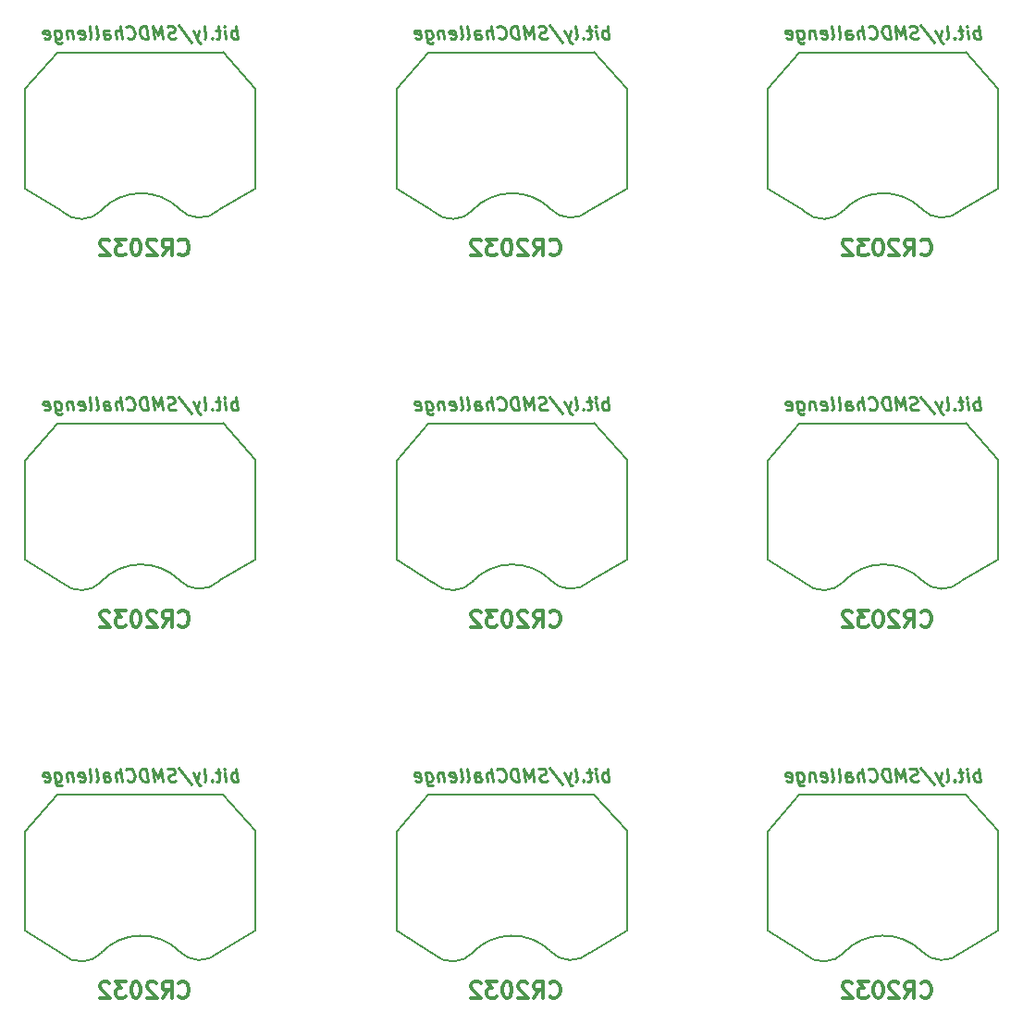
<source format=gbo>
%MOIN*%
%OFA0B0*%
%FSLAX46Y46*%
%IPPOS*%
%LPD*%
%ADD10C,0.0039370078740157488*%
%ADD11C,0.00984251968503937*%
%ADD12C,0.011811023622047244*%
%ADD13C,0.005905511811023622*%
%ADD24C,0.0039370078740157488*%
%ADD25C,0.00984251968503937*%
%ADD26C,0.011811023622047244*%
%ADD27C,0.005905511811023622*%
%ADD28C,0.0039370078740157488*%
%ADD29C,0.00984251968503937*%
%ADD30C,0.011811023622047244*%
%ADD31C,0.005905511811023622*%
%ADD32C,0.0039370078740157488*%
%ADD33C,0.00984251968503937*%
%ADD34C,0.011811023622047244*%
%ADD35C,0.005905511811023622*%
%ADD36C,0.0039370078740157488*%
%ADD37C,0.00984251968503937*%
%ADD38C,0.011811023622047244*%
%ADD39C,0.005905511811023622*%
%ADD40C,0.0039370078740157488*%
%ADD41C,0.00984251968503937*%
%ADD42C,0.011811023622047244*%
%ADD43C,0.005905511811023622*%
%ADD44C,0.0039370078740157488*%
%ADD45C,0.00984251968503937*%
%ADD46C,0.011811023622047244*%
%ADD47C,0.005905511811023622*%
%ADD48C,0.0039370078740157488*%
%ADD49C,0.00984251968503937*%
%ADD50C,0.011811023622047244*%
%ADD51C,0.005905511811023622*%
%ADD52C,0.0039370078740157488*%
%ADD53C,0.00984251968503937*%
%ADD54C,0.011811023622047244*%
%ADD55C,0.005905511811023622*%
G01*
D10*
D11*
X0000980807Y0000938097D02*
X0000974902Y0000985342D01*
X0000977151Y0000967344D02*
X0000972371Y0000969594D01*
X0000963372Y0000969594D01*
X0000959154Y0000967344D01*
X0000957185Y0000965094D01*
X0000955498Y0000960595D01*
X0000957185Y0000947096D01*
X0000959997Y0000942597D01*
X0000962528Y0000940347D01*
X0000967309Y0000938097D01*
X0000976308Y0000938097D01*
X0000980526Y0000940347D01*
X0000938062Y0000938097D02*
X0000934125Y0000969594D01*
X0000932157Y0000985342D02*
X0000934688Y0000983092D01*
X0000932719Y0000980842D01*
X0000930188Y0000983092D01*
X0000932157Y0000985342D01*
X0000932719Y0000980842D01*
X0000918377Y0000969594D02*
X0000900380Y0000969594D01*
X0000909660Y0000985342D02*
X0000914722Y0000944847D01*
X0000913034Y0000940347D01*
X0000908816Y0000938097D01*
X0000904317Y0000938097D01*
X0000888006Y0000942597D02*
X0000886038Y0000940347D01*
X0000888569Y0000938097D01*
X0000890537Y0000940347D01*
X0000888006Y0000942597D01*
X0000888569Y0000938097D01*
X0000859322Y0000938097D02*
X0000863540Y0000940347D01*
X0000865228Y0000944847D01*
X0000860166Y0000985342D01*
X0000841887Y0000969594D02*
X0000834575Y0000938097D01*
X0000819390Y0000969594D02*
X0000834575Y0000938097D01*
X0000840481Y0000926849D01*
X0000843012Y0000924599D01*
X0000847792Y0000922349D01*
X0000765397Y0000987591D02*
X0000813484Y0000926849D01*
X0000757804Y0000940347D02*
X0000751336Y0000938097D01*
X0000740087Y0000938097D01*
X0000735307Y0000940347D01*
X0000732776Y0000942597D01*
X0000729963Y0000947096D01*
X0000729401Y0000951596D01*
X0000731088Y0000956095D01*
X0000733057Y0000958345D01*
X0000737275Y0000960595D01*
X0000745993Y0000962844D01*
X0000750211Y0000965094D01*
X0000752179Y0000967344D01*
X0000753867Y0000971843D01*
X0000753304Y0000976343D01*
X0000750492Y0000980842D01*
X0000747961Y0000983092D01*
X0000743181Y0000985342D01*
X0000731932Y0000985342D01*
X0000725464Y0000983092D01*
X0000710841Y0000938097D02*
X0000704935Y0000985342D01*
X0000693406Y0000951596D01*
X0000673439Y0000985342D01*
X0000679345Y0000938097D01*
X0000656848Y0000938097D02*
X0000650942Y0000985342D01*
X0000639693Y0000985342D01*
X0000633226Y0000983092D01*
X0000629289Y0000978592D01*
X0000627601Y0000974093D01*
X0000626476Y0000965094D01*
X0000627320Y0000958345D01*
X0000630695Y0000949346D01*
X0000633507Y0000944847D01*
X0000638569Y0000940347D01*
X0000645599Y0000938097D01*
X0000656848Y0000938097D01*
X0000582044Y0000942597D02*
X0000584575Y0000940347D01*
X0000591606Y0000938097D01*
X0000596105Y0000938097D01*
X0000602573Y0000940347D01*
X0000606510Y0000944847D01*
X0000608197Y0000949346D01*
X0000609322Y0000958345D01*
X0000608479Y0000965094D01*
X0000605104Y0000974093D01*
X0000602292Y0000978592D01*
X0000597230Y0000983092D01*
X0000590200Y0000985342D01*
X0000585700Y0000985342D01*
X0000579232Y0000983092D01*
X0000577264Y0000980842D01*
X0000562359Y0000938097D02*
X0000556454Y0000985342D01*
X0000542112Y0000938097D02*
X0000539019Y0000962844D01*
X0000540706Y0000967344D01*
X0000544924Y0000969594D01*
X0000551673Y0000969594D01*
X0000556454Y0000967344D01*
X0000558985Y0000965094D01*
X0000499367Y0000938097D02*
X0000496274Y0000962844D01*
X0000497961Y0000967344D01*
X0000502179Y0000969594D01*
X0000511178Y0000969594D01*
X0000515959Y0000967344D01*
X0000499086Y0000940347D02*
X0000503867Y0000938097D01*
X0000515115Y0000938097D01*
X0000519334Y0000940347D01*
X0000521021Y0000944847D01*
X0000520458Y0000949346D01*
X0000517646Y0000953845D01*
X0000512866Y0000956095D01*
X0000501617Y0000956095D01*
X0000496836Y0000958345D01*
X0000470121Y0000938097D02*
X0000474339Y0000940347D01*
X0000476026Y0000944847D01*
X0000470965Y0000985342D01*
X0000445374Y0000938097D02*
X0000449592Y0000940347D01*
X0000451280Y0000944847D01*
X0000446218Y0000985342D01*
X0000409097Y0000940347D02*
X0000413878Y0000938097D01*
X0000422877Y0000938097D01*
X0000427095Y0000940347D01*
X0000428782Y0000944847D01*
X0000426533Y0000962844D01*
X0000423721Y0000967344D01*
X0000418940Y0000969594D01*
X0000409941Y0000969594D01*
X0000405723Y0000967344D01*
X0000404035Y0000962844D01*
X0000404598Y0000958345D01*
X0000427658Y0000953845D01*
X0000382944Y0000969594D02*
X0000386881Y0000938097D01*
X0000383507Y0000965094D02*
X0000380976Y0000967344D01*
X0000376195Y0000969594D01*
X0000369446Y0000969594D01*
X0000365228Y0000967344D01*
X0000363541Y0000962844D01*
X0000366634Y0000938097D01*
X0000319952Y0000969594D02*
X0000324733Y0000931348D01*
X0000327545Y0000926849D01*
X0000330076Y0000924599D01*
X0000334857Y0000922349D01*
X0000341606Y0000922349D01*
X0000345824Y0000924599D01*
X0000323608Y0000940347D02*
X0000328389Y0000938097D01*
X0000337388Y0000938097D01*
X0000341606Y0000940347D01*
X0000343574Y0000942597D01*
X0000345262Y0000947096D01*
X0000343574Y0000960595D01*
X0000340762Y0000965094D01*
X0000338231Y0000967344D01*
X0000333451Y0000969594D01*
X0000324452Y0000969594D01*
X0000320233Y0000967344D01*
X0000283113Y0000940347D02*
X0000287894Y0000938097D01*
X0000296893Y0000938097D01*
X0000301111Y0000940347D01*
X0000302798Y0000944847D01*
X0000300548Y0000962844D01*
X0000297736Y0000967344D01*
X0000292956Y0000969594D01*
X0000283957Y0000969594D01*
X0000279739Y0000967344D01*
X0000278051Y0000962844D01*
X0000278614Y0000958345D01*
X0000301673Y0000953845D01*
D12*
X0000768164Y0000163379D02*
X0000770976Y0000160567D01*
X0000779412Y0000157754D01*
X0000785037Y0000157754D01*
X0000793473Y0000160567D01*
X0000799097Y0000166191D01*
X0000801909Y0000171815D01*
X0000804722Y0000183064D01*
X0000804722Y0000191500D01*
X0000801909Y0000202749D01*
X0000799097Y0000208373D01*
X0000793473Y0000213997D01*
X0000785037Y0000216810D01*
X0000779412Y0000216810D01*
X0000770976Y0000213997D01*
X0000768164Y0000211185D01*
X0000709109Y0000157754D02*
X0000728794Y0000185876D01*
X0000742854Y0000157754D02*
X0000742854Y0000216810D01*
X0000720357Y0000216810D01*
X0000714733Y0000213997D01*
X0000711921Y0000211185D01*
X0000709109Y0000205561D01*
X0000709109Y0000197124D01*
X0000711921Y0000191500D01*
X0000714733Y0000188688D01*
X0000720357Y0000185876D01*
X0000742854Y0000185876D01*
X0000686611Y0000211185D02*
X0000683799Y0000213997D01*
X0000678175Y0000216810D01*
X0000664114Y0000216810D01*
X0000658490Y0000213997D01*
X0000655678Y0000211185D01*
X0000652866Y0000205561D01*
X0000652866Y0000199937D01*
X0000655678Y0000191500D01*
X0000689424Y0000157754D01*
X0000652866Y0000157754D01*
X0000616308Y0000216810D02*
X0000610683Y0000216810D01*
X0000605059Y0000213997D01*
X0000602247Y0000211185D01*
X0000599435Y0000205561D01*
X0000596623Y0000194312D01*
X0000596623Y0000180252D01*
X0000599435Y0000169003D01*
X0000602247Y0000163379D01*
X0000605059Y0000160567D01*
X0000610683Y0000157754D01*
X0000616308Y0000157754D01*
X0000621932Y0000160567D01*
X0000624744Y0000163379D01*
X0000627556Y0000169003D01*
X0000630368Y0000180252D01*
X0000630368Y0000194312D01*
X0000627556Y0000205561D01*
X0000624744Y0000211185D01*
X0000621932Y0000213997D01*
X0000616308Y0000216810D01*
X0000576938Y0000216810D02*
X0000540380Y0000216810D01*
X0000560065Y0000194312D01*
X0000551628Y0000194312D01*
X0000546004Y0000191500D01*
X0000543192Y0000188688D01*
X0000540380Y0000183064D01*
X0000540380Y0000169003D01*
X0000543192Y0000163379D01*
X0000546004Y0000160567D01*
X0000551628Y0000157754D01*
X0000568501Y0000157754D01*
X0000574125Y0000160567D01*
X0000576938Y0000163379D01*
X0000517883Y0000211185D02*
X0000515070Y0000213997D01*
X0000509446Y0000216810D01*
X0000495385Y0000216810D01*
X0000489761Y0000213997D01*
X0000486949Y0000211185D01*
X0000484137Y0000205561D01*
X0000484137Y0000199937D01*
X0000486949Y0000191500D01*
X0000520695Y0000157754D01*
X0000484137Y0000157754D01*
D13*
X0000911929Y0000321970D02*
X0001044429Y0000399470D01*
X0000346929Y0000316970D02*
X0000214429Y0000399470D01*
X0000912929Y0000321970D02*
G75*
G02X0000767929Y0000326970I-0000070000J0000075000D01*
G01*
X0000491429Y0000321970D02*
G75*
G02X0000346429Y0000316970I-0000075000J0000070000D01*
G01*
X0000489429Y0000321970D02*
G75*
G02X0000769429Y0000326970I0000142500J-0000137500D01*
G01*
X0000329429Y0000889470D02*
X0000214429Y0000756970D01*
X0001044429Y0000759470D02*
X0000926929Y0000891970D01*
X0000929429Y0000889470D02*
X0000329429Y0000889470D01*
X0001044429Y0000399470D02*
X0001044429Y0000759470D01*
X0000214429Y0000399470D02*
X0000214429Y0000759470D01*
G04 next file*
G04 #@! TF.FileFunction,Legend,Bot*
G04 Gerber Fmt 4.6, Leading zero omitted, Abs format (unit mm)*
G04 Created by KiCad (PCBNEW 4.0.7) date 08/30/18 22:11:47*
G01*
G04 APERTURE LIST*
G04 APERTURE END LIST*
D24*
D25*
X0000980807Y0002275778D02*
X0000974902Y0002323022D01*
X0000977151Y0002305024D02*
X0000972371Y0002307274D01*
X0000963372Y0002307274D01*
X0000959154Y0002305024D01*
X0000957185Y0002302775D01*
X0000955498Y0002298275D01*
X0000957185Y0002284777D01*
X0000959997Y0002280278D01*
X0000962528Y0002278028D01*
X0000967309Y0002275778D01*
X0000976308Y0002275778D01*
X0000980526Y0002278028D01*
X0000938062Y0002275778D02*
X0000934125Y0002307274D01*
X0000932157Y0002323022D02*
X0000934688Y0002320772D01*
X0000932719Y0002318523D01*
X0000930188Y0002320772D01*
X0000932157Y0002323022D01*
X0000932719Y0002318523D01*
X0000918377Y0002307274D02*
X0000900380Y0002307274D01*
X0000909660Y0002323022D02*
X0000914722Y0002282527D01*
X0000913034Y0002278028D01*
X0000908816Y0002275778D01*
X0000904317Y0002275778D01*
X0000888006Y0002280278D02*
X0000886038Y0002278028D01*
X0000888569Y0002275778D01*
X0000890537Y0002278028D01*
X0000888006Y0002280278D01*
X0000888569Y0002275778D01*
X0000859322Y0002275778D02*
X0000863540Y0002278028D01*
X0000865228Y0002282527D01*
X0000860166Y0002323022D01*
X0000841887Y0002307274D02*
X0000834575Y0002275778D01*
X0000819390Y0002307274D02*
X0000834575Y0002275778D01*
X0000840481Y0002264530D01*
X0000843012Y0002262280D01*
X0000847792Y0002260030D01*
X0000765397Y0002325272D02*
X0000813484Y0002264530D01*
X0000757804Y0002278028D02*
X0000751336Y0002275778D01*
X0000740087Y0002275778D01*
X0000735307Y0002278028D01*
X0000732776Y0002280278D01*
X0000729963Y0002284777D01*
X0000729401Y0002289276D01*
X0000731088Y0002293776D01*
X0000733057Y0002296026D01*
X0000737275Y0002298275D01*
X0000745993Y0002300525D01*
X0000750211Y0002302775D01*
X0000752179Y0002305024D01*
X0000753867Y0002309524D01*
X0000753304Y0002314023D01*
X0000750492Y0002318523D01*
X0000747961Y0002320772D01*
X0000743181Y0002323022D01*
X0000731932Y0002323022D01*
X0000725464Y0002320772D01*
X0000710841Y0002275778D02*
X0000704935Y0002323022D01*
X0000693406Y0002289276D01*
X0000673439Y0002323022D01*
X0000679345Y0002275778D01*
X0000656848Y0002275778D02*
X0000650942Y0002323022D01*
X0000639693Y0002323022D01*
X0000633226Y0002320772D01*
X0000629289Y0002316273D01*
X0000627601Y0002311774D01*
X0000626476Y0002302775D01*
X0000627320Y0002296026D01*
X0000630695Y0002287027D01*
X0000633507Y0002282527D01*
X0000638569Y0002278028D01*
X0000645599Y0002275778D01*
X0000656848Y0002275778D01*
X0000582044Y0002280278D02*
X0000584575Y0002278028D01*
X0000591606Y0002275778D01*
X0000596105Y0002275778D01*
X0000602573Y0002278028D01*
X0000606510Y0002282527D01*
X0000608197Y0002287027D01*
X0000609322Y0002296026D01*
X0000608479Y0002302775D01*
X0000605104Y0002311774D01*
X0000602292Y0002316273D01*
X0000597230Y0002320772D01*
X0000590200Y0002323022D01*
X0000585700Y0002323022D01*
X0000579232Y0002320772D01*
X0000577264Y0002318523D01*
X0000562359Y0002275778D02*
X0000556454Y0002323022D01*
X0000542112Y0002275778D02*
X0000539019Y0002300525D01*
X0000540706Y0002305024D01*
X0000544924Y0002307274D01*
X0000551673Y0002307274D01*
X0000556454Y0002305024D01*
X0000558985Y0002302775D01*
X0000499367Y0002275778D02*
X0000496274Y0002300525D01*
X0000497961Y0002305024D01*
X0000502179Y0002307274D01*
X0000511178Y0002307274D01*
X0000515959Y0002305024D01*
X0000499086Y0002278028D02*
X0000503867Y0002275778D01*
X0000515115Y0002275778D01*
X0000519334Y0002278028D01*
X0000521021Y0002282527D01*
X0000520458Y0002287027D01*
X0000517646Y0002291526D01*
X0000512866Y0002293776D01*
X0000501617Y0002293776D01*
X0000496836Y0002296026D01*
X0000470121Y0002275778D02*
X0000474339Y0002278028D01*
X0000476026Y0002282527D01*
X0000470965Y0002323022D01*
X0000445374Y0002275778D02*
X0000449592Y0002278028D01*
X0000451280Y0002282527D01*
X0000446218Y0002323022D01*
X0000409097Y0002278028D02*
X0000413878Y0002275778D01*
X0000422877Y0002275778D01*
X0000427095Y0002278028D01*
X0000428782Y0002282527D01*
X0000426533Y0002300525D01*
X0000423721Y0002305024D01*
X0000418940Y0002307274D01*
X0000409941Y0002307274D01*
X0000405723Y0002305024D01*
X0000404035Y0002300525D01*
X0000404598Y0002296026D01*
X0000427658Y0002291526D01*
X0000382944Y0002307274D02*
X0000386881Y0002275778D01*
X0000383507Y0002302775D02*
X0000380976Y0002305024D01*
X0000376195Y0002307274D01*
X0000369446Y0002307274D01*
X0000365228Y0002305024D01*
X0000363541Y0002300525D01*
X0000366634Y0002275778D01*
X0000319952Y0002307274D02*
X0000324733Y0002269029D01*
X0000327545Y0002264530D01*
X0000330076Y0002262280D01*
X0000334857Y0002260030D01*
X0000341606Y0002260030D01*
X0000345824Y0002262280D01*
X0000323608Y0002278028D02*
X0000328389Y0002275778D01*
X0000337388Y0002275778D01*
X0000341606Y0002278028D01*
X0000343574Y0002280278D01*
X0000345262Y0002284777D01*
X0000343574Y0002298275D01*
X0000340762Y0002302775D01*
X0000338231Y0002305024D01*
X0000333451Y0002307274D01*
X0000324452Y0002307274D01*
X0000320233Y0002305024D01*
X0000283113Y0002278028D02*
X0000287894Y0002275778D01*
X0000296893Y0002275778D01*
X0000301111Y0002278028D01*
X0000302798Y0002282527D01*
X0000300548Y0002300525D01*
X0000297736Y0002305024D01*
X0000292956Y0002307274D01*
X0000283957Y0002307274D01*
X0000279739Y0002305024D01*
X0000278051Y0002300525D01*
X0000278614Y0002296026D01*
X0000301673Y0002291526D01*
D26*
X0000768164Y0001501059D02*
X0000770976Y0001498247D01*
X0000779412Y0001495435D01*
X0000785037Y0001495435D01*
X0000793473Y0001498247D01*
X0000799097Y0001503871D01*
X0000801909Y0001509496D01*
X0000804722Y0001520744D01*
X0000804722Y0001529181D01*
X0000801909Y0001540429D01*
X0000799097Y0001546054D01*
X0000793473Y0001551678D01*
X0000785037Y0001554490D01*
X0000779412Y0001554490D01*
X0000770976Y0001551678D01*
X0000768164Y0001548866D01*
X0000709109Y0001495435D02*
X0000728794Y0001523557D01*
X0000742854Y0001495435D02*
X0000742854Y0001554490D01*
X0000720357Y0001554490D01*
X0000714733Y0001551678D01*
X0000711921Y0001548866D01*
X0000709109Y0001543242D01*
X0000709109Y0001534805D01*
X0000711921Y0001529181D01*
X0000714733Y0001526369D01*
X0000720357Y0001523557D01*
X0000742854Y0001523557D01*
X0000686611Y0001548866D02*
X0000683799Y0001551678D01*
X0000678175Y0001554490D01*
X0000664114Y0001554490D01*
X0000658490Y0001551678D01*
X0000655678Y0001548866D01*
X0000652866Y0001543242D01*
X0000652866Y0001537617D01*
X0000655678Y0001529181D01*
X0000689424Y0001495435D01*
X0000652866Y0001495435D01*
X0000616308Y0001554490D02*
X0000610683Y0001554490D01*
X0000605059Y0001551678D01*
X0000602247Y0001548866D01*
X0000599435Y0001543242D01*
X0000596623Y0001531993D01*
X0000596623Y0001517932D01*
X0000599435Y0001506684D01*
X0000602247Y0001501059D01*
X0000605059Y0001498247D01*
X0000610683Y0001495435D01*
X0000616308Y0001495435D01*
X0000621932Y0001498247D01*
X0000624744Y0001501059D01*
X0000627556Y0001506684D01*
X0000630368Y0001517932D01*
X0000630368Y0001531993D01*
X0000627556Y0001543242D01*
X0000624744Y0001548866D01*
X0000621932Y0001551678D01*
X0000616308Y0001554490D01*
X0000576938Y0001554490D02*
X0000540380Y0001554490D01*
X0000560065Y0001531993D01*
X0000551628Y0001531993D01*
X0000546004Y0001529181D01*
X0000543192Y0001526369D01*
X0000540380Y0001520744D01*
X0000540380Y0001506684D01*
X0000543192Y0001501059D01*
X0000546004Y0001498247D01*
X0000551628Y0001495435D01*
X0000568501Y0001495435D01*
X0000574125Y0001498247D01*
X0000576938Y0001501059D01*
X0000517883Y0001548866D02*
X0000515070Y0001551678D01*
X0000509446Y0001554490D01*
X0000495385Y0001554490D01*
X0000489761Y0001551678D01*
X0000486949Y0001548866D01*
X0000484137Y0001543242D01*
X0000484137Y0001537617D01*
X0000486949Y0001529181D01*
X0000520695Y0001495435D01*
X0000484137Y0001495435D01*
D27*
X0000911929Y0001659650D02*
X0001044429Y0001737150D01*
X0000346929Y0001654650D02*
X0000214429Y0001737150D01*
X0000912929Y0001659650D02*
G75*
G02X0000767929Y0001664650I-0000070000J0000075000D01*
G01*
X0000491429Y0001659650D02*
G75*
G02X0000346429Y0001654650I-0000075000J0000070000D01*
G01*
X0000489429Y0001659650D02*
G75*
G02X0000769429Y0001664650I0000142500J-0000137500D01*
G01*
X0000329429Y0002227150D02*
X0000214429Y0002094650D01*
X0001044429Y0002097150D02*
X0000926929Y0002229650D01*
X0000929429Y0002227150D02*
X0000329429Y0002227150D01*
X0001044429Y0001737150D02*
X0001044429Y0002097150D01*
X0000214429Y0001737150D02*
X0000214429Y0002097150D01*
G04 next file*
G04 #@! TF.FileFunction,Legend,Bot*
G04 Gerber Fmt 4.6, Leading zero omitted, Abs format (unit mm)*
G04 Created by KiCad (PCBNEW 4.0.7) date 08/30/18 22:11:47*
G01*
G04 APERTURE LIST*
G04 APERTURE END LIST*
D28*
D29*
X0000980807Y0003613459D02*
X0000974902Y0003660703D01*
X0000977151Y0003642705D02*
X0000972371Y0003644955D01*
X0000963372Y0003644955D01*
X0000959154Y0003642705D01*
X0000957185Y0003640456D01*
X0000955498Y0003635956D01*
X0000957185Y0003622458D01*
X0000959997Y0003617959D01*
X0000962528Y0003615709D01*
X0000967309Y0003613459D01*
X0000976308Y0003613459D01*
X0000980526Y0003615709D01*
X0000938062Y0003613459D02*
X0000934125Y0003644955D01*
X0000932157Y0003660703D02*
X0000934688Y0003658453D01*
X0000932719Y0003656204D01*
X0000930188Y0003658453D01*
X0000932157Y0003660703D01*
X0000932719Y0003656204D01*
X0000918377Y0003644955D02*
X0000900380Y0003644955D01*
X0000909660Y0003660703D02*
X0000914722Y0003620208D01*
X0000913034Y0003615709D01*
X0000908816Y0003613459D01*
X0000904317Y0003613459D01*
X0000888006Y0003617959D02*
X0000886038Y0003615709D01*
X0000888569Y0003613459D01*
X0000890537Y0003615709D01*
X0000888006Y0003617959D01*
X0000888569Y0003613459D01*
X0000859322Y0003613459D02*
X0000863540Y0003615709D01*
X0000865228Y0003620208D01*
X0000860166Y0003660703D01*
X0000841887Y0003644955D02*
X0000834575Y0003613459D01*
X0000819390Y0003644955D02*
X0000834575Y0003613459D01*
X0000840481Y0003602210D01*
X0000843012Y0003599961D01*
X0000847792Y0003597711D01*
X0000765397Y0003662953D02*
X0000813484Y0003602210D01*
X0000757804Y0003615709D02*
X0000751336Y0003613459D01*
X0000740087Y0003613459D01*
X0000735307Y0003615709D01*
X0000732776Y0003617959D01*
X0000729963Y0003622458D01*
X0000729401Y0003626957D01*
X0000731088Y0003631457D01*
X0000733057Y0003633707D01*
X0000737275Y0003635956D01*
X0000745993Y0003638206D01*
X0000750211Y0003640456D01*
X0000752179Y0003642705D01*
X0000753867Y0003647205D01*
X0000753304Y0003651704D01*
X0000750492Y0003656204D01*
X0000747961Y0003658453D01*
X0000743181Y0003660703D01*
X0000731932Y0003660703D01*
X0000725464Y0003658453D01*
X0000710841Y0003613459D02*
X0000704935Y0003660703D01*
X0000693406Y0003626957D01*
X0000673439Y0003660703D01*
X0000679345Y0003613459D01*
X0000656848Y0003613459D02*
X0000650942Y0003660703D01*
X0000639693Y0003660703D01*
X0000633226Y0003658453D01*
X0000629289Y0003653954D01*
X0000627601Y0003649455D01*
X0000626476Y0003640456D01*
X0000627320Y0003633707D01*
X0000630695Y0003624708D01*
X0000633507Y0003620208D01*
X0000638569Y0003615709D01*
X0000645599Y0003613459D01*
X0000656848Y0003613459D01*
X0000582044Y0003617959D02*
X0000584575Y0003615709D01*
X0000591606Y0003613459D01*
X0000596105Y0003613459D01*
X0000602573Y0003615709D01*
X0000606510Y0003620208D01*
X0000608197Y0003624708D01*
X0000609322Y0003633707D01*
X0000608479Y0003640456D01*
X0000605104Y0003649455D01*
X0000602292Y0003653954D01*
X0000597230Y0003658453D01*
X0000590200Y0003660703D01*
X0000585700Y0003660703D01*
X0000579232Y0003658453D01*
X0000577264Y0003656204D01*
X0000562359Y0003613459D02*
X0000556454Y0003660703D01*
X0000542112Y0003613459D02*
X0000539019Y0003638206D01*
X0000540706Y0003642705D01*
X0000544924Y0003644955D01*
X0000551673Y0003644955D01*
X0000556454Y0003642705D01*
X0000558985Y0003640456D01*
X0000499367Y0003613459D02*
X0000496274Y0003638206D01*
X0000497961Y0003642705D01*
X0000502179Y0003644955D01*
X0000511178Y0003644955D01*
X0000515959Y0003642705D01*
X0000499086Y0003615709D02*
X0000503867Y0003613459D01*
X0000515115Y0003613459D01*
X0000519334Y0003615709D01*
X0000521021Y0003620208D01*
X0000520458Y0003624708D01*
X0000517646Y0003629207D01*
X0000512866Y0003631457D01*
X0000501617Y0003631457D01*
X0000496836Y0003633707D01*
X0000470121Y0003613459D02*
X0000474339Y0003615709D01*
X0000476026Y0003620208D01*
X0000470965Y0003660703D01*
X0000445374Y0003613459D02*
X0000449592Y0003615709D01*
X0000451280Y0003620208D01*
X0000446218Y0003660703D01*
X0000409097Y0003615709D02*
X0000413878Y0003613459D01*
X0000422877Y0003613459D01*
X0000427095Y0003615709D01*
X0000428782Y0003620208D01*
X0000426533Y0003638206D01*
X0000423721Y0003642705D01*
X0000418940Y0003644955D01*
X0000409941Y0003644955D01*
X0000405723Y0003642705D01*
X0000404035Y0003638206D01*
X0000404598Y0003633707D01*
X0000427658Y0003629207D01*
X0000382944Y0003644955D02*
X0000386881Y0003613459D01*
X0000383507Y0003640456D02*
X0000380976Y0003642705D01*
X0000376195Y0003644955D01*
X0000369446Y0003644955D01*
X0000365228Y0003642705D01*
X0000363541Y0003638206D01*
X0000366634Y0003613459D01*
X0000319952Y0003644955D02*
X0000324733Y0003606710D01*
X0000327545Y0003602210D01*
X0000330076Y0003599961D01*
X0000334857Y0003597711D01*
X0000341606Y0003597711D01*
X0000345824Y0003599961D01*
X0000323608Y0003615709D02*
X0000328389Y0003613459D01*
X0000337388Y0003613459D01*
X0000341606Y0003615709D01*
X0000343574Y0003617959D01*
X0000345262Y0003622458D01*
X0000343574Y0003635956D01*
X0000340762Y0003640456D01*
X0000338231Y0003642705D01*
X0000333451Y0003644955D01*
X0000324452Y0003644955D01*
X0000320233Y0003642705D01*
X0000283113Y0003615709D02*
X0000287894Y0003613459D01*
X0000296893Y0003613459D01*
X0000301111Y0003615709D01*
X0000302798Y0003620208D01*
X0000300548Y0003638206D01*
X0000297736Y0003642705D01*
X0000292956Y0003644955D01*
X0000283957Y0003644955D01*
X0000279739Y0003642705D01*
X0000278051Y0003638206D01*
X0000278614Y0003633707D01*
X0000301673Y0003629207D01*
D30*
X0000768164Y0002838740D02*
X0000770976Y0002835928D01*
X0000779412Y0002833116D01*
X0000785037Y0002833116D01*
X0000793473Y0002835928D01*
X0000799097Y0002841552D01*
X0000801909Y0002847177D01*
X0000804722Y0002858425D01*
X0000804722Y0002866862D01*
X0000801909Y0002878110D01*
X0000799097Y0002883735D01*
X0000793473Y0002889359D01*
X0000785037Y0002892171D01*
X0000779412Y0002892171D01*
X0000770976Y0002889359D01*
X0000768164Y0002886547D01*
X0000709109Y0002833116D02*
X0000728794Y0002861237D01*
X0000742854Y0002833116D02*
X0000742854Y0002892171D01*
X0000720357Y0002892171D01*
X0000714733Y0002889359D01*
X0000711921Y0002886547D01*
X0000709109Y0002880922D01*
X0000709109Y0002872486D01*
X0000711921Y0002866862D01*
X0000714733Y0002864050D01*
X0000720357Y0002861237D01*
X0000742854Y0002861237D01*
X0000686611Y0002886547D02*
X0000683799Y0002889359D01*
X0000678175Y0002892171D01*
X0000664114Y0002892171D01*
X0000658490Y0002889359D01*
X0000655678Y0002886547D01*
X0000652866Y0002880922D01*
X0000652866Y0002875298D01*
X0000655678Y0002866862D01*
X0000689424Y0002833116D01*
X0000652866Y0002833116D01*
X0000616308Y0002892171D02*
X0000610683Y0002892171D01*
X0000605059Y0002889359D01*
X0000602247Y0002886547D01*
X0000599435Y0002880922D01*
X0000596623Y0002869674D01*
X0000596623Y0002855613D01*
X0000599435Y0002844365D01*
X0000602247Y0002838740D01*
X0000605059Y0002835928D01*
X0000610683Y0002833116D01*
X0000616308Y0002833116D01*
X0000621932Y0002835928D01*
X0000624744Y0002838740D01*
X0000627556Y0002844365D01*
X0000630368Y0002855613D01*
X0000630368Y0002869674D01*
X0000627556Y0002880922D01*
X0000624744Y0002886547D01*
X0000621932Y0002889359D01*
X0000616308Y0002892171D01*
X0000576938Y0002892171D02*
X0000540380Y0002892171D01*
X0000560065Y0002869674D01*
X0000551628Y0002869674D01*
X0000546004Y0002866862D01*
X0000543192Y0002864050D01*
X0000540380Y0002858425D01*
X0000540380Y0002844365D01*
X0000543192Y0002838740D01*
X0000546004Y0002835928D01*
X0000551628Y0002833116D01*
X0000568501Y0002833116D01*
X0000574125Y0002835928D01*
X0000576938Y0002838740D01*
X0000517883Y0002886547D02*
X0000515070Y0002889359D01*
X0000509446Y0002892171D01*
X0000495385Y0002892171D01*
X0000489761Y0002889359D01*
X0000486949Y0002886547D01*
X0000484137Y0002880922D01*
X0000484137Y0002875298D01*
X0000486949Y0002866862D01*
X0000520695Y0002833116D01*
X0000484137Y0002833116D01*
D31*
X0000911929Y0002997331D02*
X0001044429Y0003074831D01*
X0000346929Y0002992331D02*
X0000214429Y0003074831D01*
X0000912929Y0002997331D02*
G75*
G02X0000767929Y0003002331I-0000070000J0000075000D01*
G01*
X0000491429Y0002997331D02*
G75*
G02X0000346429Y0002992331I-0000075000J0000070000D01*
G01*
X0000489429Y0002997331D02*
G75*
G02X0000769429Y0003002331I0000142500J-0000137500D01*
G01*
X0000329429Y0003564831D02*
X0000214429Y0003432331D01*
X0001044429Y0003434831D02*
X0000926929Y0003567331D01*
X0000929429Y0003564831D02*
X0000329429Y0003564831D01*
X0001044429Y0003074831D02*
X0001044429Y0003434831D01*
X0000214429Y0003074831D02*
X0000214429Y0003434831D01*
G04 next file*
G04 #@! TF.FileFunction,Legend,Bot*
G04 Gerber Fmt 4.6, Leading zero omitted, Abs format (unit mm)*
G04 Created by KiCad (PCBNEW 4.0.7) date 08/30/18 22:11:47*
G01*
G04 APERTURE LIST*
G04 APERTURE END LIST*
D32*
D33*
X0002318460Y0000938097D02*
X0002312555Y0000985342D01*
X0002314805Y0000967344D02*
X0002310024Y0000969594D01*
X0002301025Y0000969594D01*
X0002296807Y0000967344D01*
X0002294838Y0000965094D01*
X0002293151Y0000960595D01*
X0002294838Y0000947096D01*
X0002297650Y0000942597D01*
X0002300181Y0000940347D01*
X0002304962Y0000938097D01*
X0002313961Y0000938097D01*
X0002318179Y0000940347D01*
X0002275716Y0000938097D02*
X0002271779Y0000969594D01*
X0002269810Y0000985342D02*
X0002272341Y0000983092D01*
X0002270373Y0000980842D01*
X0002267842Y0000983092D01*
X0002269810Y0000985342D01*
X0002270373Y0000980842D01*
X0002256031Y0000969594D02*
X0002238033Y0000969594D01*
X0002247313Y0000985342D02*
X0002252375Y0000944847D01*
X0002250688Y0000940347D01*
X0002246469Y0000938097D01*
X0002241970Y0000938097D01*
X0002225660Y0000942597D02*
X0002223691Y0000940347D01*
X0002226222Y0000938097D01*
X0002228190Y0000940347D01*
X0002225660Y0000942597D01*
X0002226222Y0000938097D01*
X0002196976Y0000938097D02*
X0002201194Y0000940347D01*
X0002202881Y0000944847D01*
X0002197819Y0000985342D01*
X0002179540Y0000969594D02*
X0002172229Y0000938097D01*
X0002157043Y0000969594D02*
X0002172229Y0000938097D01*
X0002178134Y0000926849D01*
X0002180665Y0000924599D01*
X0002185446Y0000922349D01*
X0002103050Y0000987591D02*
X0002151138Y0000926849D01*
X0002095457Y0000940347D02*
X0002088989Y0000938097D01*
X0002077740Y0000938097D01*
X0002072960Y0000940347D01*
X0002070429Y0000942597D01*
X0002067617Y0000947096D01*
X0002067054Y0000951596D01*
X0002068742Y0000956095D01*
X0002070710Y0000958345D01*
X0002074928Y0000960595D01*
X0002083646Y0000962844D01*
X0002087864Y0000965094D01*
X0002089833Y0000967344D01*
X0002091520Y0000971843D01*
X0002090958Y0000976343D01*
X0002088145Y0000980842D01*
X0002085615Y0000983092D01*
X0002080834Y0000985342D01*
X0002069585Y0000985342D01*
X0002063117Y0000983092D01*
X0002048494Y0000938097D02*
X0002042589Y0000985342D01*
X0002031059Y0000951596D01*
X0002011093Y0000985342D01*
X0002016998Y0000938097D01*
X0001994501Y0000938097D02*
X0001988595Y0000985342D01*
X0001977347Y0000985342D01*
X0001970879Y0000983092D01*
X0001966942Y0000978592D01*
X0001965255Y0000974093D01*
X0001964130Y0000965094D01*
X0001964973Y0000958345D01*
X0001968348Y0000949346D01*
X0001971160Y0000944847D01*
X0001976222Y0000940347D01*
X0001983252Y0000938097D01*
X0001994501Y0000938097D01*
X0001919698Y0000942597D02*
X0001922229Y0000940347D01*
X0001929259Y0000938097D01*
X0001933758Y0000938097D01*
X0001940226Y0000940347D01*
X0001944163Y0000944847D01*
X0001945851Y0000949346D01*
X0001946976Y0000958345D01*
X0001946132Y0000965094D01*
X0001942757Y0000974093D01*
X0001939945Y0000978592D01*
X0001934883Y0000983092D01*
X0001927853Y0000985342D01*
X0001923354Y0000985342D01*
X0001916886Y0000983092D01*
X0001914917Y0000980842D01*
X0001900013Y0000938097D02*
X0001894107Y0000985342D01*
X0001879765Y0000938097D02*
X0001876672Y0000962844D01*
X0001878359Y0000967344D01*
X0001882577Y0000969594D01*
X0001889327Y0000969594D01*
X0001894107Y0000967344D01*
X0001896638Y0000965094D01*
X0001837021Y0000938097D02*
X0001833927Y0000962844D01*
X0001835615Y0000967344D01*
X0001839833Y0000969594D01*
X0001848832Y0000969594D01*
X0001853612Y0000967344D01*
X0001836739Y0000940347D02*
X0001841520Y0000938097D01*
X0001852769Y0000938097D01*
X0001856987Y0000940347D01*
X0001858674Y0000944847D01*
X0001858112Y0000949346D01*
X0001855300Y0000953845D01*
X0001850519Y0000956095D01*
X0001839270Y0000956095D01*
X0001834490Y0000958345D01*
X0001807774Y0000938097D02*
X0001811992Y0000940347D01*
X0001813680Y0000944847D01*
X0001808618Y0000985342D01*
X0001783027Y0000938097D02*
X0001787246Y0000940347D01*
X0001788933Y0000944847D01*
X0001783871Y0000985342D01*
X0001746751Y0000940347D02*
X0001751531Y0000938097D01*
X0001760530Y0000938097D01*
X0001764748Y0000940347D01*
X0001766436Y0000944847D01*
X0001764186Y0000962844D01*
X0001761374Y0000967344D01*
X0001756593Y0000969594D01*
X0001747594Y0000969594D01*
X0001743376Y0000967344D01*
X0001741689Y0000962844D01*
X0001742251Y0000958345D01*
X0001765311Y0000953845D01*
X0001720598Y0000969594D02*
X0001724535Y0000938097D01*
X0001721160Y0000965094D02*
X0001718629Y0000967344D01*
X0001713849Y0000969594D01*
X0001707099Y0000969594D01*
X0001702881Y0000967344D01*
X0001701194Y0000962844D01*
X0001704287Y0000938097D01*
X0001657606Y0000969594D02*
X0001662386Y0000931348D01*
X0001665198Y0000926849D01*
X0001667729Y0000924599D01*
X0001672510Y0000922349D01*
X0001679259Y0000922349D01*
X0001683477Y0000924599D01*
X0001661261Y0000940347D02*
X0001666042Y0000938097D01*
X0001675041Y0000938097D01*
X0001679259Y0000940347D01*
X0001681228Y0000942597D01*
X0001682915Y0000947096D01*
X0001681228Y0000960595D01*
X0001678415Y0000965094D01*
X0001675885Y0000967344D01*
X0001671104Y0000969594D01*
X0001662105Y0000969594D01*
X0001657887Y0000967344D01*
X0001620766Y0000940347D02*
X0001625547Y0000938097D01*
X0001634546Y0000938097D01*
X0001638764Y0000940347D01*
X0001640452Y0000944847D01*
X0001638202Y0000962844D01*
X0001635390Y0000967344D01*
X0001630609Y0000969594D01*
X0001621610Y0000969594D01*
X0001617392Y0000967344D01*
X0001615705Y0000962844D01*
X0001616267Y0000958345D01*
X0001639327Y0000953845D01*
D34*
X0002105817Y0000163379D02*
X0002108629Y0000160567D01*
X0002117066Y0000157754D01*
X0002122690Y0000157754D01*
X0002131126Y0000160567D01*
X0002136751Y0000166191D01*
X0002139563Y0000171815D01*
X0002142375Y0000183064D01*
X0002142375Y0000191500D01*
X0002139563Y0000202749D01*
X0002136751Y0000208373D01*
X0002131126Y0000213997D01*
X0002122690Y0000216810D01*
X0002117066Y0000216810D01*
X0002108629Y0000213997D01*
X0002105817Y0000211185D01*
X0002046762Y0000157754D02*
X0002066447Y0000185876D01*
X0002080508Y0000157754D02*
X0002080508Y0000216810D01*
X0002058010Y0000216810D01*
X0002052386Y0000213997D01*
X0002049574Y0000211185D01*
X0002046762Y0000205561D01*
X0002046762Y0000197124D01*
X0002049574Y0000191500D01*
X0002052386Y0000188688D01*
X0002058010Y0000185876D01*
X0002080508Y0000185876D01*
X0002024265Y0000211185D02*
X0002021453Y0000213997D01*
X0002015828Y0000216810D01*
X0002001767Y0000216810D01*
X0001996143Y0000213997D01*
X0001993331Y0000211185D01*
X0001990519Y0000205561D01*
X0001990519Y0000199937D01*
X0001993331Y0000191500D01*
X0002027077Y0000157754D01*
X0001990519Y0000157754D01*
X0001953961Y0000216810D02*
X0001948337Y0000216810D01*
X0001942712Y0000213997D01*
X0001939900Y0000211185D01*
X0001937088Y0000205561D01*
X0001934276Y0000194312D01*
X0001934276Y0000180252D01*
X0001937088Y0000169003D01*
X0001939900Y0000163379D01*
X0001942712Y0000160567D01*
X0001948337Y0000157754D01*
X0001953961Y0000157754D01*
X0001959585Y0000160567D01*
X0001962397Y0000163379D01*
X0001965210Y0000169003D01*
X0001968022Y0000180252D01*
X0001968022Y0000194312D01*
X0001965210Y0000205561D01*
X0001962397Y0000211185D01*
X0001959585Y0000213997D01*
X0001953961Y0000216810D01*
X0001914591Y0000216810D02*
X0001878033Y0000216810D01*
X0001897718Y0000194312D01*
X0001889282Y0000194312D01*
X0001883657Y0000191500D01*
X0001880845Y0000188688D01*
X0001878033Y0000183064D01*
X0001878033Y0000169003D01*
X0001880845Y0000163379D01*
X0001883657Y0000160567D01*
X0001889282Y0000157754D01*
X0001906155Y0000157754D01*
X0001911779Y0000160567D01*
X0001914591Y0000163379D01*
X0001855536Y0000211185D02*
X0001852724Y0000213997D01*
X0001847099Y0000216810D01*
X0001833039Y0000216810D01*
X0001827414Y0000213997D01*
X0001824602Y0000211185D01*
X0001821790Y0000205561D01*
X0001821790Y0000199937D01*
X0001824602Y0000191500D01*
X0001858348Y0000157754D01*
X0001821790Y0000157754D01*
D35*
X0002249582Y0000321970D02*
X0002382082Y0000399470D01*
X0001684582Y0000316970D02*
X0001552082Y0000399470D01*
X0002250582Y0000321970D02*
G75*
G02X0002105582Y0000326970I-0000070000J0000075000D01*
G01*
X0001829082Y0000321970D02*
G75*
G02X0001684082Y0000316970I-0000075000J0000070000D01*
G01*
X0001827082Y0000321970D02*
G75*
G02X0002107082Y0000326970I0000142500J-0000137500D01*
G01*
X0001667082Y0000889470D02*
X0001552082Y0000756970D01*
X0002382082Y0000759470D02*
X0002264582Y0000891970D01*
X0002267082Y0000889470D02*
X0001667082Y0000889470D01*
X0002382082Y0000399470D02*
X0002382082Y0000759470D01*
X0001552082Y0000399470D02*
X0001552082Y0000759470D01*
G04 next file*
G04 #@! TF.FileFunction,Legend,Bot*
G04 Gerber Fmt 4.6, Leading zero omitted, Abs format (unit mm)*
G04 Created by KiCad (PCBNEW 4.0.7) date 08/30/18 22:11:47*
G01*
G04 APERTURE LIST*
G04 APERTURE END LIST*
D36*
D37*
X0003656114Y0000938097D02*
X0003650209Y0000985342D01*
X0003652458Y0000967344D02*
X0003647678Y0000969594D01*
X0003638679Y0000969594D01*
X0003634460Y0000967344D01*
X0003632492Y0000965094D01*
X0003630805Y0000960595D01*
X0003632492Y0000947096D01*
X0003635304Y0000942597D01*
X0003637835Y0000940347D01*
X0003642616Y0000938097D01*
X0003651615Y0000938097D01*
X0003655833Y0000940347D01*
X0003613369Y0000938097D02*
X0003609432Y0000969594D01*
X0003607464Y0000985342D02*
X0003609995Y0000983092D01*
X0003608026Y0000980842D01*
X0003605495Y0000983092D01*
X0003607464Y0000985342D01*
X0003608026Y0000980842D01*
X0003593684Y0000969594D02*
X0003575687Y0000969594D01*
X0003584967Y0000985342D02*
X0003590029Y0000944847D01*
X0003588341Y0000940347D01*
X0003584123Y0000938097D01*
X0003579624Y0000938097D01*
X0003563313Y0000942597D02*
X0003561345Y0000940347D01*
X0003563876Y0000938097D01*
X0003565844Y0000940347D01*
X0003563313Y0000942597D01*
X0003563876Y0000938097D01*
X0003534629Y0000938097D02*
X0003538847Y0000940347D01*
X0003540535Y0000944847D01*
X0003535473Y0000985342D01*
X0003517194Y0000969594D02*
X0003509882Y0000938097D01*
X0003494697Y0000969594D02*
X0003509882Y0000938097D01*
X0003515788Y0000926849D01*
X0003518319Y0000924599D01*
X0003523099Y0000922349D01*
X0003440703Y0000987591D02*
X0003488791Y0000926849D01*
X0003433111Y0000940347D02*
X0003426643Y0000938097D01*
X0003415394Y0000938097D01*
X0003410613Y0000940347D01*
X0003408082Y0000942597D01*
X0003405270Y0000947096D01*
X0003404708Y0000951596D01*
X0003406395Y0000956095D01*
X0003408364Y0000958345D01*
X0003412582Y0000960595D01*
X0003421300Y0000962844D01*
X0003425518Y0000965094D01*
X0003427486Y0000967344D01*
X0003429174Y0000971843D01*
X0003428611Y0000976343D01*
X0003425799Y0000980842D01*
X0003423268Y0000983092D01*
X0003418487Y0000985342D01*
X0003407239Y0000985342D01*
X0003400771Y0000983092D01*
X0003386148Y0000938097D02*
X0003380242Y0000985342D01*
X0003368712Y0000951596D01*
X0003348746Y0000985342D01*
X0003354652Y0000938097D01*
X0003332155Y0000938097D02*
X0003326249Y0000985342D01*
X0003315000Y0000985342D01*
X0003308532Y0000983092D01*
X0003304595Y0000978592D01*
X0003302908Y0000974093D01*
X0003301783Y0000965094D01*
X0003302627Y0000958345D01*
X0003306002Y0000949346D01*
X0003308814Y0000944847D01*
X0003313876Y0000940347D01*
X0003320906Y0000938097D01*
X0003332155Y0000938097D01*
X0003257351Y0000942597D02*
X0003259882Y0000940347D01*
X0003266913Y0000938097D01*
X0003271412Y0000938097D01*
X0003277880Y0000940347D01*
X0003281817Y0000944847D01*
X0003283504Y0000949346D01*
X0003284629Y0000958345D01*
X0003283786Y0000965094D01*
X0003280411Y0000974093D01*
X0003277599Y0000978592D01*
X0003272537Y0000983092D01*
X0003265507Y0000985342D01*
X0003261007Y0000985342D01*
X0003254539Y0000983092D01*
X0003252571Y0000980842D01*
X0003237666Y0000938097D02*
X0003231761Y0000985342D01*
X0003217419Y0000938097D02*
X0003214325Y0000962844D01*
X0003216013Y0000967344D01*
X0003220231Y0000969594D01*
X0003226980Y0000969594D01*
X0003231761Y0000967344D01*
X0003234292Y0000965094D01*
X0003174674Y0000938097D02*
X0003171581Y0000962844D01*
X0003173268Y0000967344D01*
X0003177486Y0000969594D01*
X0003186485Y0000969594D01*
X0003191266Y0000967344D01*
X0003174393Y0000940347D02*
X0003179174Y0000938097D01*
X0003190422Y0000938097D01*
X0003194640Y0000940347D01*
X0003196328Y0000944847D01*
X0003195765Y0000949346D01*
X0003192953Y0000953845D01*
X0003188172Y0000956095D01*
X0003176924Y0000956095D01*
X0003172143Y0000958345D01*
X0003145428Y0000938097D02*
X0003149646Y0000940347D01*
X0003151333Y0000944847D01*
X0003146272Y0000985342D01*
X0003120681Y0000938097D02*
X0003124899Y0000940347D01*
X0003126587Y0000944847D01*
X0003121525Y0000985342D01*
X0003084404Y0000940347D02*
X0003089185Y0000938097D01*
X0003098184Y0000938097D01*
X0003102402Y0000940347D01*
X0003104089Y0000944847D01*
X0003101840Y0000962844D01*
X0003099027Y0000967344D01*
X0003094247Y0000969594D01*
X0003085248Y0000969594D01*
X0003081030Y0000967344D01*
X0003079342Y0000962844D01*
X0003079905Y0000958345D01*
X0003102964Y0000953845D01*
X0003058251Y0000969594D02*
X0003062188Y0000938097D01*
X0003058814Y0000965094D02*
X0003056283Y0000967344D01*
X0003051502Y0000969594D01*
X0003044753Y0000969594D01*
X0003040535Y0000967344D01*
X0003038847Y0000962844D01*
X0003041941Y0000938097D01*
X0002995259Y0000969594D02*
X0003000040Y0000931348D01*
X0003002852Y0000926849D01*
X0003005383Y0000924599D01*
X0003010164Y0000922349D01*
X0003016913Y0000922349D01*
X0003021131Y0000924599D01*
X0002998915Y0000940347D02*
X0003003696Y0000938097D01*
X0003012695Y0000938097D01*
X0003016913Y0000940347D01*
X0003018881Y0000942597D01*
X0003020569Y0000947096D01*
X0003018881Y0000960595D01*
X0003016069Y0000965094D01*
X0003013538Y0000967344D01*
X0003008757Y0000969594D01*
X0002999759Y0000969594D01*
X0002995540Y0000967344D01*
X0002958420Y0000940347D02*
X0002963201Y0000938097D01*
X0002972200Y0000938097D01*
X0002976418Y0000940347D01*
X0002978105Y0000944847D01*
X0002975855Y0000962844D01*
X0002973043Y0000967344D01*
X0002968263Y0000969594D01*
X0002959264Y0000969594D01*
X0002955045Y0000967344D01*
X0002953358Y0000962844D01*
X0002953921Y0000958345D01*
X0002976980Y0000953845D01*
D38*
X0003443471Y0000163379D02*
X0003446283Y0000160567D01*
X0003454719Y0000157754D01*
X0003460344Y0000157754D01*
X0003468780Y0000160567D01*
X0003474404Y0000166191D01*
X0003477216Y0000171815D01*
X0003480029Y0000183064D01*
X0003480029Y0000191500D01*
X0003477216Y0000202749D01*
X0003474404Y0000208373D01*
X0003468780Y0000213997D01*
X0003460344Y0000216810D01*
X0003454719Y0000216810D01*
X0003446283Y0000213997D01*
X0003443471Y0000211185D01*
X0003384415Y0000157754D02*
X0003404101Y0000185876D01*
X0003418161Y0000157754D02*
X0003418161Y0000216810D01*
X0003395664Y0000216810D01*
X0003390040Y0000213997D01*
X0003387228Y0000211185D01*
X0003384415Y0000205561D01*
X0003384415Y0000197124D01*
X0003387228Y0000191500D01*
X0003390040Y0000188688D01*
X0003395664Y0000185876D01*
X0003418161Y0000185876D01*
X0003361918Y0000211185D02*
X0003359106Y0000213997D01*
X0003353482Y0000216810D01*
X0003339421Y0000216810D01*
X0003333797Y0000213997D01*
X0003330985Y0000211185D01*
X0003328173Y0000205561D01*
X0003328173Y0000199937D01*
X0003330985Y0000191500D01*
X0003364730Y0000157754D01*
X0003328173Y0000157754D01*
X0003291615Y0000216810D02*
X0003285990Y0000216810D01*
X0003280366Y0000213997D01*
X0003277554Y0000211185D01*
X0003274742Y0000205561D01*
X0003271930Y0000194312D01*
X0003271930Y0000180252D01*
X0003274742Y0000169003D01*
X0003277554Y0000163379D01*
X0003280366Y0000160567D01*
X0003285990Y0000157754D01*
X0003291615Y0000157754D01*
X0003297239Y0000160567D01*
X0003300051Y0000163379D01*
X0003302863Y0000169003D01*
X0003305675Y0000180252D01*
X0003305675Y0000194312D01*
X0003302863Y0000205561D01*
X0003300051Y0000211185D01*
X0003297239Y0000213997D01*
X0003291615Y0000216810D01*
X0003252245Y0000216810D02*
X0003215687Y0000216810D01*
X0003235372Y0000194312D01*
X0003226935Y0000194312D01*
X0003221311Y0000191500D01*
X0003218499Y0000188688D01*
X0003215687Y0000183064D01*
X0003215687Y0000169003D01*
X0003218499Y0000163379D01*
X0003221311Y0000160567D01*
X0003226935Y0000157754D01*
X0003243808Y0000157754D01*
X0003249432Y0000160567D01*
X0003252245Y0000163379D01*
X0003193189Y0000211185D02*
X0003190377Y0000213997D01*
X0003184753Y0000216810D01*
X0003170692Y0000216810D01*
X0003165068Y0000213997D01*
X0003162256Y0000211185D01*
X0003159444Y0000205561D01*
X0003159444Y0000199937D01*
X0003162256Y0000191500D01*
X0003196002Y0000157754D01*
X0003159444Y0000157754D01*
D39*
X0003587236Y0000321970D02*
X0003719736Y0000399470D01*
X0003022236Y0000316970D02*
X0002889736Y0000399470D01*
X0003588236Y0000321970D02*
G75*
G02X0003443236Y0000326970I-0000070000J0000075000D01*
G01*
X0003166736Y0000321970D02*
G75*
G02X0003021736Y0000316970I-0000075000J0000070000D01*
G01*
X0003164736Y0000321970D02*
G75*
G02X0003444736Y0000326970I0000142500J-0000137500D01*
G01*
X0003004736Y0000889470D02*
X0002889736Y0000756970D01*
X0003719736Y0000759470D02*
X0003602236Y0000891970D01*
X0003604736Y0000889470D02*
X0003004736Y0000889470D01*
X0003719736Y0000399470D02*
X0003719736Y0000759470D01*
X0002889736Y0000399470D02*
X0002889736Y0000759470D01*
G04 next file*
G04 #@! TF.FileFunction,Legend,Bot*
G04 Gerber Fmt 4.6, Leading zero omitted, Abs format (unit mm)*
G04 Created by KiCad (PCBNEW 4.0.7) date 08/30/18 22:11:47*
G01*
G04 APERTURE LIST*
G04 APERTURE END LIST*
D40*
D41*
X0002318460Y0002275778D02*
X0002312555Y0002323022D01*
X0002314805Y0002305024D02*
X0002310024Y0002307274D01*
X0002301025Y0002307274D01*
X0002296807Y0002305024D01*
X0002294838Y0002302775D01*
X0002293151Y0002298275D01*
X0002294838Y0002284777D01*
X0002297650Y0002280278D01*
X0002300181Y0002278028D01*
X0002304962Y0002275778D01*
X0002313961Y0002275778D01*
X0002318179Y0002278028D01*
X0002275716Y0002275778D02*
X0002271779Y0002307274D01*
X0002269810Y0002323022D02*
X0002272341Y0002320772D01*
X0002270373Y0002318523D01*
X0002267842Y0002320772D01*
X0002269810Y0002323022D01*
X0002270373Y0002318523D01*
X0002256031Y0002307274D02*
X0002238033Y0002307274D01*
X0002247313Y0002323022D02*
X0002252375Y0002282527D01*
X0002250688Y0002278028D01*
X0002246469Y0002275778D01*
X0002241970Y0002275778D01*
X0002225660Y0002280278D02*
X0002223691Y0002278028D01*
X0002226222Y0002275778D01*
X0002228190Y0002278028D01*
X0002225660Y0002280278D01*
X0002226222Y0002275778D01*
X0002196976Y0002275778D02*
X0002201194Y0002278028D01*
X0002202881Y0002282527D01*
X0002197819Y0002323022D01*
X0002179540Y0002307274D02*
X0002172229Y0002275778D01*
X0002157043Y0002307274D02*
X0002172229Y0002275778D01*
X0002178134Y0002264530D01*
X0002180665Y0002262280D01*
X0002185446Y0002260030D01*
X0002103050Y0002325272D02*
X0002151138Y0002264530D01*
X0002095457Y0002278028D02*
X0002088989Y0002275778D01*
X0002077740Y0002275778D01*
X0002072960Y0002278028D01*
X0002070429Y0002280278D01*
X0002067617Y0002284777D01*
X0002067054Y0002289276D01*
X0002068742Y0002293776D01*
X0002070710Y0002296026D01*
X0002074928Y0002298275D01*
X0002083646Y0002300525D01*
X0002087864Y0002302775D01*
X0002089833Y0002305024D01*
X0002091520Y0002309524D01*
X0002090958Y0002314023D01*
X0002088145Y0002318523D01*
X0002085615Y0002320772D01*
X0002080834Y0002323022D01*
X0002069585Y0002323022D01*
X0002063117Y0002320772D01*
X0002048494Y0002275778D02*
X0002042589Y0002323022D01*
X0002031059Y0002289276D01*
X0002011093Y0002323022D01*
X0002016998Y0002275778D01*
X0001994501Y0002275778D02*
X0001988595Y0002323022D01*
X0001977347Y0002323022D01*
X0001970879Y0002320772D01*
X0001966942Y0002316273D01*
X0001965255Y0002311774D01*
X0001964130Y0002302775D01*
X0001964973Y0002296026D01*
X0001968348Y0002287027D01*
X0001971160Y0002282527D01*
X0001976222Y0002278028D01*
X0001983252Y0002275778D01*
X0001994501Y0002275778D01*
X0001919698Y0002280278D02*
X0001922229Y0002278028D01*
X0001929259Y0002275778D01*
X0001933758Y0002275778D01*
X0001940226Y0002278028D01*
X0001944163Y0002282527D01*
X0001945851Y0002287027D01*
X0001946976Y0002296026D01*
X0001946132Y0002302775D01*
X0001942757Y0002311774D01*
X0001939945Y0002316273D01*
X0001934883Y0002320772D01*
X0001927853Y0002323022D01*
X0001923354Y0002323022D01*
X0001916886Y0002320772D01*
X0001914917Y0002318523D01*
X0001900013Y0002275778D02*
X0001894107Y0002323022D01*
X0001879765Y0002275778D02*
X0001876672Y0002300525D01*
X0001878359Y0002305024D01*
X0001882577Y0002307274D01*
X0001889327Y0002307274D01*
X0001894107Y0002305024D01*
X0001896638Y0002302775D01*
X0001837021Y0002275778D02*
X0001833927Y0002300525D01*
X0001835615Y0002305024D01*
X0001839833Y0002307274D01*
X0001848832Y0002307274D01*
X0001853612Y0002305024D01*
X0001836739Y0002278028D02*
X0001841520Y0002275778D01*
X0001852769Y0002275778D01*
X0001856987Y0002278028D01*
X0001858674Y0002282527D01*
X0001858112Y0002287027D01*
X0001855300Y0002291526D01*
X0001850519Y0002293776D01*
X0001839270Y0002293776D01*
X0001834490Y0002296026D01*
X0001807774Y0002275778D02*
X0001811992Y0002278028D01*
X0001813680Y0002282527D01*
X0001808618Y0002323022D01*
X0001783027Y0002275778D02*
X0001787246Y0002278028D01*
X0001788933Y0002282527D01*
X0001783871Y0002323022D01*
X0001746751Y0002278028D02*
X0001751531Y0002275778D01*
X0001760530Y0002275778D01*
X0001764748Y0002278028D01*
X0001766436Y0002282527D01*
X0001764186Y0002300525D01*
X0001761374Y0002305024D01*
X0001756593Y0002307274D01*
X0001747594Y0002307274D01*
X0001743376Y0002305024D01*
X0001741689Y0002300525D01*
X0001742251Y0002296026D01*
X0001765311Y0002291526D01*
X0001720598Y0002307274D02*
X0001724535Y0002275778D01*
X0001721160Y0002302775D02*
X0001718629Y0002305024D01*
X0001713849Y0002307274D01*
X0001707099Y0002307274D01*
X0001702881Y0002305024D01*
X0001701194Y0002300525D01*
X0001704287Y0002275778D01*
X0001657606Y0002307274D02*
X0001662386Y0002269029D01*
X0001665198Y0002264530D01*
X0001667729Y0002262280D01*
X0001672510Y0002260030D01*
X0001679259Y0002260030D01*
X0001683477Y0002262280D01*
X0001661261Y0002278028D02*
X0001666042Y0002275778D01*
X0001675041Y0002275778D01*
X0001679259Y0002278028D01*
X0001681228Y0002280278D01*
X0001682915Y0002284777D01*
X0001681228Y0002298275D01*
X0001678415Y0002302775D01*
X0001675885Y0002305024D01*
X0001671104Y0002307274D01*
X0001662105Y0002307274D01*
X0001657887Y0002305024D01*
X0001620766Y0002278028D02*
X0001625547Y0002275778D01*
X0001634546Y0002275778D01*
X0001638764Y0002278028D01*
X0001640452Y0002282527D01*
X0001638202Y0002300525D01*
X0001635390Y0002305024D01*
X0001630609Y0002307274D01*
X0001621610Y0002307274D01*
X0001617392Y0002305024D01*
X0001615705Y0002300525D01*
X0001616267Y0002296026D01*
X0001639327Y0002291526D01*
D42*
X0002105817Y0001501059D02*
X0002108629Y0001498247D01*
X0002117066Y0001495435D01*
X0002122690Y0001495435D01*
X0002131126Y0001498247D01*
X0002136751Y0001503871D01*
X0002139563Y0001509496D01*
X0002142375Y0001520744D01*
X0002142375Y0001529181D01*
X0002139563Y0001540429D01*
X0002136751Y0001546054D01*
X0002131126Y0001551678D01*
X0002122690Y0001554490D01*
X0002117066Y0001554490D01*
X0002108629Y0001551678D01*
X0002105817Y0001548866D01*
X0002046762Y0001495435D02*
X0002066447Y0001523557D01*
X0002080508Y0001495435D02*
X0002080508Y0001554490D01*
X0002058010Y0001554490D01*
X0002052386Y0001551678D01*
X0002049574Y0001548866D01*
X0002046762Y0001543242D01*
X0002046762Y0001534805D01*
X0002049574Y0001529181D01*
X0002052386Y0001526369D01*
X0002058010Y0001523557D01*
X0002080508Y0001523557D01*
X0002024265Y0001548866D02*
X0002021453Y0001551678D01*
X0002015828Y0001554490D01*
X0002001767Y0001554490D01*
X0001996143Y0001551678D01*
X0001993331Y0001548866D01*
X0001990519Y0001543242D01*
X0001990519Y0001537617D01*
X0001993331Y0001529181D01*
X0002027077Y0001495435D01*
X0001990519Y0001495435D01*
X0001953961Y0001554490D02*
X0001948337Y0001554490D01*
X0001942712Y0001551678D01*
X0001939900Y0001548866D01*
X0001937088Y0001543242D01*
X0001934276Y0001531993D01*
X0001934276Y0001517932D01*
X0001937088Y0001506684D01*
X0001939900Y0001501059D01*
X0001942712Y0001498247D01*
X0001948337Y0001495435D01*
X0001953961Y0001495435D01*
X0001959585Y0001498247D01*
X0001962397Y0001501059D01*
X0001965210Y0001506684D01*
X0001968022Y0001517932D01*
X0001968022Y0001531993D01*
X0001965210Y0001543242D01*
X0001962397Y0001548866D01*
X0001959585Y0001551678D01*
X0001953961Y0001554490D01*
X0001914591Y0001554490D02*
X0001878033Y0001554490D01*
X0001897718Y0001531993D01*
X0001889282Y0001531993D01*
X0001883657Y0001529181D01*
X0001880845Y0001526369D01*
X0001878033Y0001520744D01*
X0001878033Y0001506684D01*
X0001880845Y0001501059D01*
X0001883657Y0001498247D01*
X0001889282Y0001495435D01*
X0001906155Y0001495435D01*
X0001911779Y0001498247D01*
X0001914591Y0001501059D01*
X0001855536Y0001548866D02*
X0001852724Y0001551678D01*
X0001847099Y0001554490D01*
X0001833039Y0001554490D01*
X0001827414Y0001551678D01*
X0001824602Y0001548866D01*
X0001821790Y0001543242D01*
X0001821790Y0001537617D01*
X0001824602Y0001529181D01*
X0001858348Y0001495435D01*
X0001821790Y0001495435D01*
D43*
X0002249582Y0001659650D02*
X0002382082Y0001737150D01*
X0001684582Y0001654650D02*
X0001552082Y0001737150D01*
X0002250582Y0001659650D02*
G75*
G02X0002105582Y0001664650I-0000070000J0000075000D01*
G01*
X0001829082Y0001659650D02*
G75*
G02X0001684082Y0001654650I-0000075000J0000070000D01*
G01*
X0001827082Y0001659650D02*
G75*
G02X0002107082Y0001664650I0000142500J-0000137500D01*
G01*
X0001667082Y0002227150D02*
X0001552082Y0002094650D01*
X0002382082Y0002097150D02*
X0002264582Y0002229650D01*
X0002267082Y0002227150D02*
X0001667082Y0002227150D01*
X0002382082Y0001737150D02*
X0002382082Y0002097150D01*
X0001552082Y0001737150D02*
X0001552082Y0002097150D01*
G04 next file*
G04 #@! TF.FileFunction,Legend,Bot*
G04 Gerber Fmt 4.6, Leading zero omitted, Abs format (unit mm)*
G04 Created by KiCad (PCBNEW 4.0.7) date 08/30/18 22:11:47*
G01*
G04 APERTURE LIST*
G04 APERTURE END LIST*
D44*
D45*
X0002318460Y0003613459D02*
X0002312555Y0003660703D01*
X0002314805Y0003642705D02*
X0002310024Y0003644955D01*
X0002301025Y0003644955D01*
X0002296807Y0003642705D01*
X0002294838Y0003640456D01*
X0002293151Y0003635956D01*
X0002294838Y0003622458D01*
X0002297650Y0003617959D01*
X0002300181Y0003615709D01*
X0002304962Y0003613459D01*
X0002313961Y0003613459D01*
X0002318179Y0003615709D01*
X0002275716Y0003613459D02*
X0002271779Y0003644955D01*
X0002269810Y0003660703D02*
X0002272341Y0003658453D01*
X0002270373Y0003656204D01*
X0002267842Y0003658453D01*
X0002269810Y0003660703D01*
X0002270373Y0003656204D01*
X0002256031Y0003644955D02*
X0002238033Y0003644955D01*
X0002247313Y0003660703D02*
X0002252375Y0003620208D01*
X0002250688Y0003615709D01*
X0002246469Y0003613459D01*
X0002241970Y0003613459D01*
X0002225660Y0003617959D02*
X0002223691Y0003615709D01*
X0002226222Y0003613459D01*
X0002228190Y0003615709D01*
X0002225660Y0003617959D01*
X0002226222Y0003613459D01*
X0002196976Y0003613459D02*
X0002201194Y0003615709D01*
X0002202881Y0003620208D01*
X0002197819Y0003660703D01*
X0002179540Y0003644955D02*
X0002172229Y0003613459D01*
X0002157043Y0003644955D02*
X0002172229Y0003613459D01*
X0002178134Y0003602210D01*
X0002180665Y0003599961D01*
X0002185446Y0003597711D01*
X0002103050Y0003662953D02*
X0002151138Y0003602210D01*
X0002095457Y0003615709D02*
X0002088989Y0003613459D01*
X0002077740Y0003613459D01*
X0002072960Y0003615709D01*
X0002070429Y0003617959D01*
X0002067617Y0003622458D01*
X0002067054Y0003626957D01*
X0002068742Y0003631457D01*
X0002070710Y0003633707D01*
X0002074928Y0003635956D01*
X0002083646Y0003638206D01*
X0002087864Y0003640456D01*
X0002089833Y0003642705D01*
X0002091520Y0003647205D01*
X0002090958Y0003651704D01*
X0002088145Y0003656204D01*
X0002085615Y0003658453D01*
X0002080834Y0003660703D01*
X0002069585Y0003660703D01*
X0002063117Y0003658453D01*
X0002048494Y0003613459D02*
X0002042589Y0003660703D01*
X0002031059Y0003626957D01*
X0002011093Y0003660703D01*
X0002016998Y0003613459D01*
X0001994501Y0003613459D02*
X0001988595Y0003660703D01*
X0001977347Y0003660703D01*
X0001970879Y0003658453D01*
X0001966942Y0003653954D01*
X0001965255Y0003649455D01*
X0001964130Y0003640456D01*
X0001964973Y0003633707D01*
X0001968348Y0003624708D01*
X0001971160Y0003620208D01*
X0001976222Y0003615709D01*
X0001983252Y0003613459D01*
X0001994501Y0003613459D01*
X0001919698Y0003617959D02*
X0001922229Y0003615709D01*
X0001929259Y0003613459D01*
X0001933758Y0003613459D01*
X0001940226Y0003615709D01*
X0001944163Y0003620208D01*
X0001945851Y0003624708D01*
X0001946976Y0003633707D01*
X0001946132Y0003640456D01*
X0001942757Y0003649455D01*
X0001939945Y0003653954D01*
X0001934883Y0003658453D01*
X0001927853Y0003660703D01*
X0001923354Y0003660703D01*
X0001916886Y0003658453D01*
X0001914917Y0003656204D01*
X0001900013Y0003613459D02*
X0001894107Y0003660703D01*
X0001879765Y0003613459D02*
X0001876672Y0003638206D01*
X0001878359Y0003642705D01*
X0001882577Y0003644955D01*
X0001889327Y0003644955D01*
X0001894107Y0003642705D01*
X0001896638Y0003640456D01*
X0001837021Y0003613459D02*
X0001833927Y0003638206D01*
X0001835615Y0003642705D01*
X0001839833Y0003644955D01*
X0001848832Y0003644955D01*
X0001853612Y0003642705D01*
X0001836739Y0003615709D02*
X0001841520Y0003613459D01*
X0001852769Y0003613459D01*
X0001856987Y0003615709D01*
X0001858674Y0003620208D01*
X0001858112Y0003624708D01*
X0001855300Y0003629207D01*
X0001850519Y0003631457D01*
X0001839270Y0003631457D01*
X0001834490Y0003633707D01*
X0001807774Y0003613459D02*
X0001811992Y0003615709D01*
X0001813680Y0003620208D01*
X0001808618Y0003660703D01*
X0001783027Y0003613459D02*
X0001787246Y0003615709D01*
X0001788933Y0003620208D01*
X0001783871Y0003660703D01*
X0001746751Y0003615709D02*
X0001751531Y0003613459D01*
X0001760530Y0003613459D01*
X0001764748Y0003615709D01*
X0001766436Y0003620208D01*
X0001764186Y0003638206D01*
X0001761374Y0003642705D01*
X0001756593Y0003644955D01*
X0001747594Y0003644955D01*
X0001743376Y0003642705D01*
X0001741689Y0003638206D01*
X0001742251Y0003633707D01*
X0001765311Y0003629207D01*
X0001720598Y0003644955D02*
X0001724535Y0003613459D01*
X0001721160Y0003640456D02*
X0001718629Y0003642705D01*
X0001713849Y0003644955D01*
X0001707099Y0003644955D01*
X0001702881Y0003642705D01*
X0001701194Y0003638206D01*
X0001704287Y0003613459D01*
X0001657606Y0003644955D02*
X0001662386Y0003606710D01*
X0001665198Y0003602210D01*
X0001667729Y0003599961D01*
X0001672510Y0003597711D01*
X0001679259Y0003597711D01*
X0001683477Y0003599961D01*
X0001661261Y0003615709D02*
X0001666042Y0003613459D01*
X0001675041Y0003613459D01*
X0001679259Y0003615709D01*
X0001681228Y0003617959D01*
X0001682915Y0003622458D01*
X0001681228Y0003635956D01*
X0001678415Y0003640456D01*
X0001675885Y0003642705D01*
X0001671104Y0003644955D01*
X0001662105Y0003644955D01*
X0001657887Y0003642705D01*
X0001620766Y0003615709D02*
X0001625547Y0003613459D01*
X0001634546Y0003613459D01*
X0001638764Y0003615709D01*
X0001640452Y0003620208D01*
X0001638202Y0003638206D01*
X0001635390Y0003642705D01*
X0001630609Y0003644955D01*
X0001621610Y0003644955D01*
X0001617392Y0003642705D01*
X0001615705Y0003638206D01*
X0001616267Y0003633707D01*
X0001639327Y0003629207D01*
D46*
X0002105817Y0002838740D02*
X0002108629Y0002835928D01*
X0002117066Y0002833116D01*
X0002122690Y0002833116D01*
X0002131126Y0002835928D01*
X0002136751Y0002841552D01*
X0002139563Y0002847177D01*
X0002142375Y0002858425D01*
X0002142375Y0002866862D01*
X0002139563Y0002878110D01*
X0002136751Y0002883735D01*
X0002131126Y0002889359D01*
X0002122690Y0002892171D01*
X0002117066Y0002892171D01*
X0002108629Y0002889359D01*
X0002105817Y0002886547D01*
X0002046762Y0002833116D02*
X0002066447Y0002861237D01*
X0002080508Y0002833116D02*
X0002080508Y0002892171D01*
X0002058010Y0002892171D01*
X0002052386Y0002889359D01*
X0002049574Y0002886547D01*
X0002046762Y0002880922D01*
X0002046762Y0002872486D01*
X0002049574Y0002866862D01*
X0002052386Y0002864050D01*
X0002058010Y0002861237D01*
X0002080508Y0002861237D01*
X0002024265Y0002886547D02*
X0002021453Y0002889359D01*
X0002015828Y0002892171D01*
X0002001767Y0002892171D01*
X0001996143Y0002889359D01*
X0001993331Y0002886547D01*
X0001990519Y0002880922D01*
X0001990519Y0002875298D01*
X0001993331Y0002866862D01*
X0002027077Y0002833116D01*
X0001990519Y0002833116D01*
X0001953961Y0002892171D02*
X0001948337Y0002892171D01*
X0001942712Y0002889359D01*
X0001939900Y0002886547D01*
X0001937088Y0002880922D01*
X0001934276Y0002869674D01*
X0001934276Y0002855613D01*
X0001937088Y0002844365D01*
X0001939900Y0002838740D01*
X0001942712Y0002835928D01*
X0001948337Y0002833116D01*
X0001953961Y0002833116D01*
X0001959585Y0002835928D01*
X0001962397Y0002838740D01*
X0001965210Y0002844365D01*
X0001968022Y0002855613D01*
X0001968022Y0002869674D01*
X0001965210Y0002880922D01*
X0001962397Y0002886547D01*
X0001959585Y0002889359D01*
X0001953961Y0002892171D01*
X0001914591Y0002892171D02*
X0001878033Y0002892171D01*
X0001897718Y0002869674D01*
X0001889282Y0002869674D01*
X0001883657Y0002866862D01*
X0001880845Y0002864050D01*
X0001878033Y0002858425D01*
X0001878033Y0002844365D01*
X0001880845Y0002838740D01*
X0001883657Y0002835928D01*
X0001889282Y0002833116D01*
X0001906155Y0002833116D01*
X0001911779Y0002835928D01*
X0001914591Y0002838740D01*
X0001855536Y0002886547D02*
X0001852724Y0002889359D01*
X0001847099Y0002892171D01*
X0001833039Y0002892171D01*
X0001827414Y0002889359D01*
X0001824602Y0002886547D01*
X0001821790Y0002880922D01*
X0001821790Y0002875298D01*
X0001824602Y0002866862D01*
X0001858348Y0002833116D01*
X0001821790Y0002833116D01*
D47*
X0002249582Y0002997331D02*
X0002382082Y0003074831D01*
X0001684582Y0002992331D02*
X0001552082Y0003074831D01*
X0002250582Y0002997331D02*
G75*
G02X0002105582Y0003002331I-0000070000J0000075000D01*
G01*
X0001829082Y0002997331D02*
G75*
G02X0001684082Y0002992331I-0000075000J0000070000D01*
G01*
X0001827082Y0002997331D02*
G75*
G02X0002107082Y0003002331I0000142500J-0000137500D01*
G01*
X0001667082Y0003564831D02*
X0001552082Y0003432331D01*
X0002382082Y0003434831D02*
X0002264582Y0003567331D01*
X0002267082Y0003564831D02*
X0001667082Y0003564831D01*
X0002382082Y0003074831D02*
X0002382082Y0003434831D01*
X0001552082Y0003074831D02*
X0001552082Y0003434831D01*
G04 next file*
G04 #@! TF.FileFunction,Legend,Bot*
G04 Gerber Fmt 4.6, Leading zero omitted, Abs format (unit mm)*
G04 Created by KiCad (PCBNEW 4.0.7) date 08/30/18 22:11:47*
G01*
G04 APERTURE LIST*
G04 APERTURE END LIST*
D48*
D49*
X0003656114Y0002275778D02*
X0003650209Y0002323022D01*
X0003652458Y0002305024D02*
X0003647678Y0002307274D01*
X0003638679Y0002307274D01*
X0003634460Y0002305024D01*
X0003632492Y0002302775D01*
X0003630805Y0002298275D01*
X0003632492Y0002284777D01*
X0003635304Y0002280278D01*
X0003637835Y0002278028D01*
X0003642616Y0002275778D01*
X0003651615Y0002275778D01*
X0003655833Y0002278028D01*
X0003613369Y0002275778D02*
X0003609432Y0002307274D01*
X0003607464Y0002323022D02*
X0003609995Y0002320772D01*
X0003608026Y0002318523D01*
X0003605495Y0002320772D01*
X0003607464Y0002323022D01*
X0003608026Y0002318523D01*
X0003593684Y0002307274D02*
X0003575687Y0002307274D01*
X0003584967Y0002323022D02*
X0003590029Y0002282527D01*
X0003588341Y0002278028D01*
X0003584123Y0002275778D01*
X0003579624Y0002275778D01*
X0003563313Y0002280278D02*
X0003561345Y0002278028D01*
X0003563876Y0002275778D01*
X0003565844Y0002278028D01*
X0003563313Y0002280278D01*
X0003563876Y0002275778D01*
X0003534629Y0002275778D02*
X0003538847Y0002278028D01*
X0003540535Y0002282527D01*
X0003535473Y0002323022D01*
X0003517194Y0002307274D02*
X0003509882Y0002275778D01*
X0003494697Y0002307274D02*
X0003509882Y0002275778D01*
X0003515788Y0002264530D01*
X0003518319Y0002262280D01*
X0003523099Y0002260030D01*
X0003440703Y0002325272D02*
X0003488791Y0002264530D01*
X0003433111Y0002278028D02*
X0003426643Y0002275778D01*
X0003415394Y0002275778D01*
X0003410613Y0002278028D01*
X0003408082Y0002280278D01*
X0003405270Y0002284777D01*
X0003404708Y0002289276D01*
X0003406395Y0002293776D01*
X0003408364Y0002296026D01*
X0003412582Y0002298275D01*
X0003421300Y0002300525D01*
X0003425518Y0002302775D01*
X0003427486Y0002305024D01*
X0003429174Y0002309524D01*
X0003428611Y0002314023D01*
X0003425799Y0002318523D01*
X0003423268Y0002320772D01*
X0003418487Y0002323022D01*
X0003407239Y0002323022D01*
X0003400771Y0002320772D01*
X0003386148Y0002275778D02*
X0003380242Y0002323022D01*
X0003368712Y0002289276D01*
X0003348746Y0002323022D01*
X0003354652Y0002275778D01*
X0003332155Y0002275778D02*
X0003326249Y0002323022D01*
X0003315000Y0002323022D01*
X0003308532Y0002320772D01*
X0003304595Y0002316273D01*
X0003302908Y0002311774D01*
X0003301783Y0002302775D01*
X0003302627Y0002296026D01*
X0003306002Y0002287027D01*
X0003308814Y0002282527D01*
X0003313876Y0002278028D01*
X0003320906Y0002275778D01*
X0003332155Y0002275778D01*
X0003257351Y0002280278D02*
X0003259882Y0002278028D01*
X0003266913Y0002275778D01*
X0003271412Y0002275778D01*
X0003277880Y0002278028D01*
X0003281817Y0002282527D01*
X0003283504Y0002287027D01*
X0003284629Y0002296026D01*
X0003283786Y0002302775D01*
X0003280411Y0002311774D01*
X0003277599Y0002316273D01*
X0003272537Y0002320772D01*
X0003265507Y0002323022D01*
X0003261007Y0002323022D01*
X0003254539Y0002320772D01*
X0003252571Y0002318523D01*
X0003237666Y0002275778D02*
X0003231761Y0002323022D01*
X0003217419Y0002275778D02*
X0003214325Y0002300525D01*
X0003216013Y0002305024D01*
X0003220231Y0002307274D01*
X0003226980Y0002307274D01*
X0003231761Y0002305024D01*
X0003234292Y0002302775D01*
X0003174674Y0002275778D02*
X0003171581Y0002300525D01*
X0003173268Y0002305024D01*
X0003177486Y0002307274D01*
X0003186485Y0002307274D01*
X0003191266Y0002305024D01*
X0003174393Y0002278028D02*
X0003179174Y0002275778D01*
X0003190422Y0002275778D01*
X0003194640Y0002278028D01*
X0003196328Y0002282527D01*
X0003195765Y0002287027D01*
X0003192953Y0002291526D01*
X0003188172Y0002293776D01*
X0003176924Y0002293776D01*
X0003172143Y0002296026D01*
X0003145428Y0002275778D02*
X0003149646Y0002278028D01*
X0003151333Y0002282527D01*
X0003146272Y0002323022D01*
X0003120681Y0002275778D02*
X0003124899Y0002278028D01*
X0003126587Y0002282527D01*
X0003121525Y0002323022D01*
X0003084404Y0002278028D02*
X0003089185Y0002275778D01*
X0003098184Y0002275778D01*
X0003102402Y0002278028D01*
X0003104089Y0002282527D01*
X0003101840Y0002300525D01*
X0003099027Y0002305024D01*
X0003094247Y0002307274D01*
X0003085248Y0002307274D01*
X0003081030Y0002305024D01*
X0003079342Y0002300525D01*
X0003079905Y0002296026D01*
X0003102964Y0002291526D01*
X0003058251Y0002307274D02*
X0003062188Y0002275778D01*
X0003058814Y0002302775D02*
X0003056283Y0002305024D01*
X0003051502Y0002307274D01*
X0003044753Y0002307274D01*
X0003040535Y0002305024D01*
X0003038847Y0002300525D01*
X0003041941Y0002275778D01*
X0002995259Y0002307274D02*
X0003000040Y0002269029D01*
X0003002852Y0002264530D01*
X0003005383Y0002262280D01*
X0003010164Y0002260030D01*
X0003016913Y0002260030D01*
X0003021131Y0002262280D01*
X0002998915Y0002278028D02*
X0003003696Y0002275778D01*
X0003012695Y0002275778D01*
X0003016913Y0002278028D01*
X0003018881Y0002280278D01*
X0003020569Y0002284777D01*
X0003018881Y0002298275D01*
X0003016069Y0002302775D01*
X0003013538Y0002305024D01*
X0003008757Y0002307274D01*
X0002999759Y0002307274D01*
X0002995540Y0002305024D01*
X0002958420Y0002278028D02*
X0002963201Y0002275778D01*
X0002972200Y0002275778D01*
X0002976418Y0002278028D01*
X0002978105Y0002282527D01*
X0002975855Y0002300525D01*
X0002973043Y0002305024D01*
X0002968263Y0002307274D01*
X0002959264Y0002307274D01*
X0002955045Y0002305024D01*
X0002953358Y0002300525D01*
X0002953921Y0002296026D01*
X0002976980Y0002291526D01*
D50*
X0003443471Y0001501059D02*
X0003446283Y0001498247D01*
X0003454719Y0001495435D01*
X0003460344Y0001495435D01*
X0003468780Y0001498247D01*
X0003474404Y0001503871D01*
X0003477216Y0001509496D01*
X0003480029Y0001520744D01*
X0003480029Y0001529181D01*
X0003477216Y0001540429D01*
X0003474404Y0001546054D01*
X0003468780Y0001551678D01*
X0003460344Y0001554490D01*
X0003454719Y0001554490D01*
X0003446283Y0001551678D01*
X0003443471Y0001548866D01*
X0003384415Y0001495435D02*
X0003404101Y0001523557D01*
X0003418161Y0001495435D02*
X0003418161Y0001554490D01*
X0003395664Y0001554490D01*
X0003390040Y0001551678D01*
X0003387228Y0001548866D01*
X0003384415Y0001543242D01*
X0003384415Y0001534805D01*
X0003387228Y0001529181D01*
X0003390040Y0001526369D01*
X0003395664Y0001523557D01*
X0003418161Y0001523557D01*
X0003361918Y0001548866D02*
X0003359106Y0001551678D01*
X0003353482Y0001554490D01*
X0003339421Y0001554490D01*
X0003333797Y0001551678D01*
X0003330985Y0001548866D01*
X0003328173Y0001543242D01*
X0003328173Y0001537617D01*
X0003330985Y0001529181D01*
X0003364730Y0001495435D01*
X0003328173Y0001495435D01*
X0003291615Y0001554490D02*
X0003285990Y0001554490D01*
X0003280366Y0001551678D01*
X0003277554Y0001548866D01*
X0003274742Y0001543242D01*
X0003271930Y0001531993D01*
X0003271930Y0001517932D01*
X0003274742Y0001506684D01*
X0003277554Y0001501059D01*
X0003280366Y0001498247D01*
X0003285990Y0001495435D01*
X0003291615Y0001495435D01*
X0003297239Y0001498247D01*
X0003300051Y0001501059D01*
X0003302863Y0001506684D01*
X0003305675Y0001517932D01*
X0003305675Y0001531993D01*
X0003302863Y0001543242D01*
X0003300051Y0001548866D01*
X0003297239Y0001551678D01*
X0003291615Y0001554490D01*
X0003252245Y0001554490D02*
X0003215687Y0001554490D01*
X0003235372Y0001531993D01*
X0003226935Y0001531993D01*
X0003221311Y0001529181D01*
X0003218499Y0001526369D01*
X0003215687Y0001520744D01*
X0003215687Y0001506684D01*
X0003218499Y0001501059D01*
X0003221311Y0001498247D01*
X0003226935Y0001495435D01*
X0003243808Y0001495435D01*
X0003249432Y0001498247D01*
X0003252245Y0001501059D01*
X0003193189Y0001548866D02*
X0003190377Y0001551678D01*
X0003184753Y0001554490D01*
X0003170692Y0001554490D01*
X0003165068Y0001551678D01*
X0003162256Y0001548866D01*
X0003159444Y0001543242D01*
X0003159444Y0001537617D01*
X0003162256Y0001529181D01*
X0003196002Y0001495435D01*
X0003159444Y0001495435D01*
D51*
X0003587236Y0001659650D02*
X0003719736Y0001737150D01*
X0003022236Y0001654650D02*
X0002889736Y0001737150D01*
X0003588236Y0001659650D02*
G75*
G02X0003443236Y0001664650I-0000070000J0000075000D01*
G01*
X0003166736Y0001659650D02*
G75*
G02X0003021736Y0001654650I-0000075000J0000070000D01*
G01*
X0003164736Y0001659650D02*
G75*
G02X0003444736Y0001664650I0000142500J-0000137500D01*
G01*
X0003004736Y0002227150D02*
X0002889736Y0002094650D01*
X0003719736Y0002097150D02*
X0003602236Y0002229650D01*
X0003604736Y0002227150D02*
X0003004736Y0002227150D01*
X0003719736Y0001737150D02*
X0003719736Y0002097150D01*
X0002889736Y0001737150D02*
X0002889736Y0002097150D01*
G04 next file*
G04 #@! TF.FileFunction,Legend,Bot*
G04 Gerber Fmt 4.6, Leading zero omitted, Abs format (unit mm)*
G04 Created by KiCad (PCBNEW 4.0.7) date 08/30/18 22:11:47*
G01*
G04 APERTURE LIST*
G04 APERTURE END LIST*
D52*
D53*
X0003656114Y0003613459D02*
X0003650209Y0003660703D01*
X0003652458Y0003642705D02*
X0003647678Y0003644955D01*
X0003638679Y0003644955D01*
X0003634460Y0003642705D01*
X0003632492Y0003640456D01*
X0003630805Y0003635956D01*
X0003632492Y0003622458D01*
X0003635304Y0003617959D01*
X0003637835Y0003615709D01*
X0003642616Y0003613459D01*
X0003651615Y0003613459D01*
X0003655833Y0003615709D01*
X0003613369Y0003613459D02*
X0003609432Y0003644955D01*
X0003607464Y0003660703D02*
X0003609995Y0003658453D01*
X0003608026Y0003656204D01*
X0003605495Y0003658453D01*
X0003607464Y0003660703D01*
X0003608026Y0003656204D01*
X0003593684Y0003644955D02*
X0003575687Y0003644955D01*
X0003584967Y0003660703D02*
X0003590029Y0003620208D01*
X0003588341Y0003615709D01*
X0003584123Y0003613459D01*
X0003579624Y0003613459D01*
X0003563313Y0003617959D02*
X0003561345Y0003615709D01*
X0003563876Y0003613459D01*
X0003565844Y0003615709D01*
X0003563313Y0003617959D01*
X0003563876Y0003613459D01*
X0003534629Y0003613459D02*
X0003538847Y0003615709D01*
X0003540535Y0003620208D01*
X0003535473Y0003660703D01*
X0003517194Y0003644955D02*
X0003509882Y0003613459D01*
X0003494697Y0003644955D02*
X0003509882Y0003613459D01*
X0003515788Y0003602210D01*
X0003518319Y0003599961D01*
X0003523099Y0003597711D01*
X0003440703Y0003662953D02*
X0003488791Y0003602210D01*
X0003433111Y0003615709D02*
X0003426643Y0003613459D01*
X0003415394Y0003613459D01*
X0003410613Y0003615709D01*
X0003408082Y0003617959D01*
X0003405270Y0003622458D01*
X0003404708Y0003626957D01*
X0003406395Y0003631457D01*
X0003408364Y0003633707D01*
X0003412582Y0003635956D01*
X0003421300Y0003638206D01*
X0003425518Y0003640456D01*
X0003427486Y0003642705D01*
X0003429174Y0003647205D01*
X0003428611Y0003651704D01*
X0003425799Y0003656204D01*
X0003423268Y0003658453D01*
X0003418487Y0003660703D01*
X0003407239Y0003660703D01*
X0003400771Y0003658453D01*
X0003386148Y0003613459D02*
X0003380242Y0003660703D01*
X0003368712Y0003626957D01*
X0003348746Y0003660703D01*
X0003354652Y0003613459D01*
X0003332155Y0003613459D02*
X0003326249Y0003660703D01*
X0003315000Y0003660703D01*
X0003308532Y0003658453D01*
X0003304595Y0003653954D01*
X0003302908Y0003649455D01*
X0003301783Y0003640456D01*
X0003302627Y0003633707D01*
X0003306002Y0003624708D01*
X0003308814Y0003620208D01*
X0003313876Y0003615709D01*
X0003320906Y0003613459D01*
X0003332155Y0003613459D01*
X0003257351Y0003617959D02*
X0003259882Y0003615709D01*
X0003266913Y0003613459D01*
X0003271412Y0003613459D01*
X0003277880Y0003615709D01*
X0003281817Y0003620208D01*
X0003283504Y0003624708D01*
X0003284629Y0003633707D01*
X0003283786Y0003640456D01*
X0003280411Y0003649455D01*
X0003277599Y0003653954D01*
X0003272537Y0003658453D01*
X0003265507Y0003660703D01*
X0003261007Y0003660703D01*
X0003254539Y0003658453D01*
X0003252571Y0003656204D01*
X0003237666Y0003613459D02*
X0003231761Y0003660703D01*
X0003217419Y0003613459D02*
X0003214325Y0003638206D01*
X0003216013Y0003642705D01*
X0003220231Y0003644955D01*
X0003226980Y0003644955D01*
X0003231761Y0003642705D01*
X0003234292Y0003640456D01*
X0003174674Y0003613459D02*
X0003171581Y0003638206D01*
X0003173268Y0003642705D01*
X0003177486Y0003644955D01*
X0003186485Y0003644955D01*
X0003191266Y0003642705D01*
X0003174393Y0003615709D02*
X0003179174Y0003613459D01*
X0003190422Y0003613459D01*
X0003194640Y0003615709D01*
X0003196328Y0003620208D01*
X0003195765Y0003624708D01*
X0003192953Y0003629207D01*
X0003188172Y0003631457D01*
X0003176924Y0003631457D01*
X0003172143Y0003633707D01*
X0003145428Y0003613459D02*
X0003149646Y0003615709D01*
X0003151333Y0003620208D01*
X0003146272Y0003660703D01*
X0003120681Y0003613459D02*
X0003124899Y0003615709D01*
X0003126587Y0003620208D01*
X0003121525Y0003660703D01*
X0003084404Y0003615709D02*
X0003089185Y0003613459D01*
X0003098184Y0003613459D01*
X0003102402Y0003615709D01*
X0003104089Y0003620208D01*
X0003101840Y0003638206D01*
X0003099027Y0003642705D01*
X0003094247Y0003644955D01*
X0003085248Y0003644955D01*
X0003081030Y0003642705D01*
X0003079342Y0003638206D01*
X0003079905Y0003633707D01*
X0003102964Y0003629207D01*
X0003058251Y0003644955D02*
X0003062188Y0003613459D01*
X0003058814Y0003640456D02*
X0003056283Y0003642705D01*
X0003051502Y0003644955D01*
X0003044753Y0003644955D01*
X0003040535Y0003642705D01*
X0003038847Y0003638206D01*
X0003041941Y0003613459D01*
X0002995259Y0003644955D02*
X0003000040Y0003606710D01*
X0003002852Y0003602210D01*
X0003005383Y0003599961D01*
X0003010164Y0003597711D01*
X0003016913Y0003597711D01*
X0003021131Y0003599961D01*
X0002998915Y0003615709D02*
X0003003696Y0003613459D01*
X0003012695Y0003613459D01*
X0003016913Y0003615709D01*
X0003018881Y0003617959D01*
X0003020569Y0003622458D01*
X0003018881Y0003635956D01*
X0003016069Y0003640456D01*
X0003013538Y0003642705D01*
X0003008757Y0003644955D01*
X0002999759Y0003644955D01*
X0002995540Y0003642705D01*
X0002958420Y0003615709D02*
X0002963201Y0003613459D01*
X0002972200Y0003613459D01*
X0002976418Y0003615709D01*
X0002978105Y0003620208D01*
X0002975855Y0003638206D01*
X0002973043Y0003642705D01*
X0002968263Y0003644955D01*
X0002959264Y0003644955D01*
X0002955045Y0003642705D01*
X0002953358Y0003638206D01*
X0002953921Y0003633707D01*
X0002976980Y0003629207D01*
D54*
X0003443471Y0002838740D02*
X0003446283Y0002835928D01*
X0003454719Y0002833116D01*
X0003460344Y0002833116D01*
X0003468780Y0002835928D01*
X0003474404Y0002841552D01*
X0003477216Y0002847177D01*
X0003480029Y0002858425D01*
X0003480029Y0002866862D01*
X0003477216Y0002878110D01*
X0003474404Y0002883735D01*
X0003468780Y0002889359D01*
X0003460344Y0002892171D01*
X0003454719Y0002892171D01*
X0003446283Y0002889359D01*
X0003443471Y0002886547D01*
X0003384415Y0002833116D02*
X0003404101Y0002861237D01*
X0003418161Y0002833116D02*
X0003418161Y0002892171D01*
X0003395664Y0002892171D01*
X0003390040Y0002889359D01*
X0003387228Y0002886547D01*
X0003384415Y0002880922D01*
X0003384415Y0002872486D01*
X0003387228Y0002866862D01*
X0003390040Y0002864050D01*
X0003395664Y0002861237D01*
X0003418161Y0002861237D01*
X0003361918Y0002886547D02*
X0003359106Y0002889359D01*
X0003353482Y0002892171D01*
X0003339421Y0002892171D01*
X0003333797Y0002889359D01*
X0003330985Y0002886547D01*
X0003328173Y0002880922D01*
X0003328173Y0002875298D01*
X0003330985Y0002866862D01*
X0003364730Y0002833116D01*
X0003328173Y0002833116D01*
X0003291615Y0002892171D02*
X0003285990Y0002892171D01*
X0003280366Y0002889359D01*
X0003277554Y0002886547D01*
X0003274742Y0002880922D01*
X0003271930Y0002869674D01*
X0003271930Y0002855613D01*
X0003274742Y0002844365D01*
X0003277554Y0002838740D01*
X0003280366Y0002835928D01*
X0003285990Y0002833116D01*
X0003291615Y0002833116D01*
X0003297239Y0002835928D01*
X0003300051Y0002838740D01*
X0003302863Y0002844365D01*
X0003305675Y0002855613D01*
X0003305675Y0002869674D01*
X0003302863Y0002880922D01*
X0003300051Y0002886547D01*
X0003297239Y0002889359D01*
X0003291615Y0002892171D01*
X0003252245Y0002892171D02*
X0003215687Y0002892171D01*
X0003235372Y0002869674D01*
X0003226935Y0002869674D01*
X0003221311Y0002866862D01*
X0003218499Y0002864050D01*
X0003215687Y0002858425D01*
X0003215687Y0002844365D01*
X0003218499Y0002838740D01*
X0003221311Y0002835928D01*
X0003226935Y0002833116D01*
X0003243808Y0002833116D01*
X0003249432Y0002835928D01*
X0003252245Y0002838740D01*
X0003193189Y0002886547D02*
X0003190377Y0002889359D01*
X0003184753Y0002892171D01*
X0003170692Y0002892171D01*
X0003165068Y0002889359D01*
X0003162256Y0002886547D01*
X0003159444Y0002880922D01*
X0003159444Y0002875298D01*
X0003162256Y0002866862D01*
X0003196002Y0002833116D01*
X0003159444Y0002833116D01*
D55*
X0003587236Y0002997331D02*
X0003719736Y0003074831D01*
X0003022236Y0002992331D02*
X0002889736Y0003074831D01*
X0003588236Y0002997331D02*
G75*
G02X0003443236Y0003002331I-0000070000J0000075000D01*
G01*
X0003166736Y0002997331D02*
G75*
G02X0003021736Y0002992331I-0000075000J0000070000D01*
G01*
X0003164736Y0002997331D02*
G75*
G02X0003444736Y0003002331I0000142500J-0000137500D01*
G01*
X0003004736Y0003564831D02*
X0002889736Y0003432331D01*
X0003719736Y0003434831D02*
X0003602236Y0003567331D01*
X0003604736Y0003564831D02*
X0003004736Y0003564831D01*
X0003719736Y0003074831D02*
X0003719736Y0003434831D01*
X0002889736Y0003074831D02*
X0002889736Y0003434831D01*
M02*
</source>
